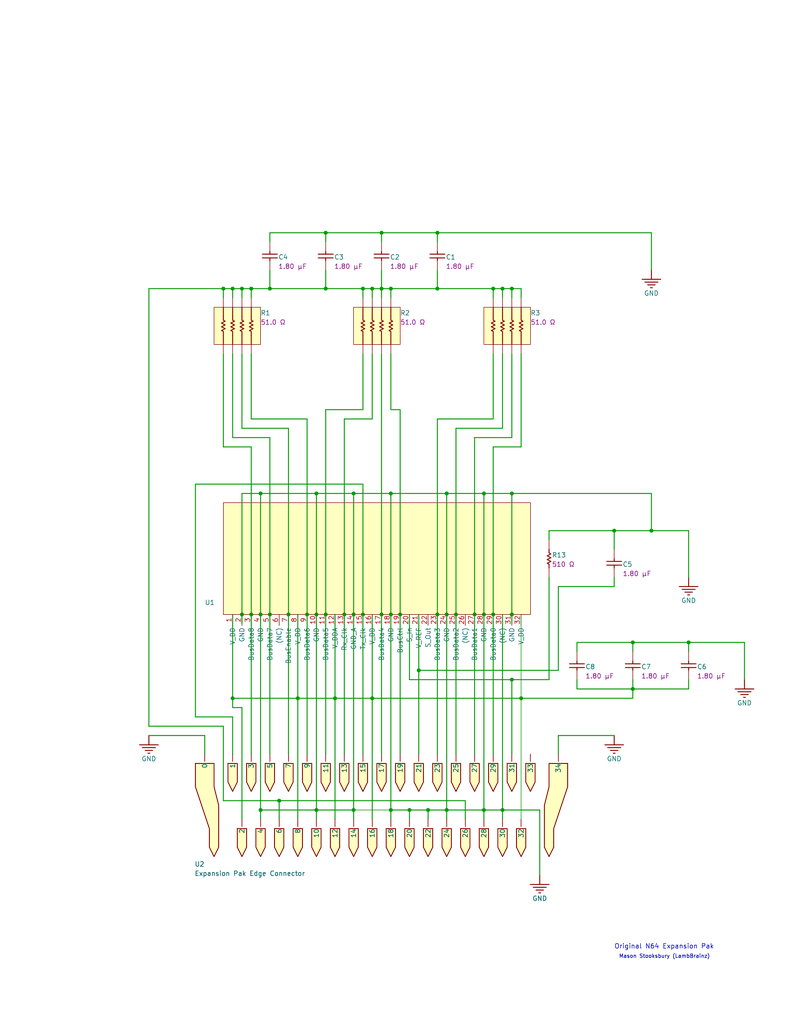
<source format=kicad_sch>
(kicad_sch (version 20211123) (generator eeschema)

  (uuid 975bd02f-42b2-49d3-be91-3b1204879057)

  (paper "A" portrait)

  (title_block
    (title "Original Nintendo64 Expansion Pak")
    (rev "1.0")
  )

  (lib_symbols
    (symbol "OriginalN64ExpansionPak-altium-import:0_Expansion Pak Edge Connector-Symbol-1" (in_bom yes) (on_board yes)
      (property "Reference" "" (id 0) (at 0 0 0)
        (effects (font (size 1.27 1.27)))
      )
      (property "Value" "0_Expansion Pak Edge Connector-Symbol-1" (id 1) (at 0 0 0)
        (effects (font (size 1.27 1.27)))
      )
      (property "Footprint" "" (id 2) (at 0 0 0)
        (effects (font (size 1.27 1.27)) hide)
      )
      (property "Datasheet" "" (id 3) (at 0 0 0)
        (effects (font (size 1.27 1.27)) hide)
      )
      (property "ki_description" "Edge Connector component and footprint for the N64 Expansion Pak" (id 4) (at 0 0 0)
        (effects (font (size 1.27 1.27)) hide)
      )
      (property "ki_fp_filters" "Expansion{space}Pak{space}Edge{space}Connector-Footprint-1" (id 5) (at 0 0 0)
        (effects (font (size 1.27 1.27)) hide)
      )
      (symbol "0_Expansion Pak Edge Connector-Symbol-1_1_0"
        (polyline
          (pts
            (xy -41.91 12.7)
            (xy -41.91 7.62)
            (xy -40.64 5.08)
            (xy -39.37 7.62)
            (xy -39.37 12.7)
            (xy -41.91 12.7)
          )
          (stroke (width 0.254) (type default) (color 0 0 0 0))
          (fill (type background))
        )
        (polyline
          (pts
            (xy -39.37 -5.08)
            (xy -39.37 -10.16)
            (xy -38.1 -12.7)
            (xy -36.83 -10.16)
            (xy -36.83 -5.08)
            (xy -39.37 -5.08)
          )
          (stroke (width 0.254) (type default) (color 0 0 0 0))
          (fill (type background))
        )
        (polyline
          (pts
            (xy -36.83 12.7)
            (xy -36.83 7.62)
            (xy -35.56 5.08)
            (xy -34.29 7.62)
            (xy -34.29 12.7)
            (xy -36.83 12.7)
          )
          (stroke (width 0.254) (type default) (color 0 0 0 0))
          (fill (type background))
        )
        (polyline
          (pts
            (xy -34.29 -5.08)
            (xy -34.29 -10.16)
            (xy -33.02 -12.7)
            (xy -31.75 -10.16)
            (xy -31.75 -5.08)
            (xy -34.29 -5.08)
          )
          (stroke (width 0.254) (type default) (color 0 0 0 0))
          (fill (type background))
        )
        (polyline
          (pts
            (xy -31.75 12.7)
            (xy -31.75 7.62)
            (xy -30.48 5.08)
            (xy -29.21 7.62)
            (xy -29.21 12.7)
            (xy -31.75 12.7)
          )
          (stroke (width 0.254) (type default) (color 0 0 0 0))
          (fill (type background))
        )
        (polyline
          (pts
            (xy -29.21 -5.08)
            (xy -29.21 -10.16)
            (xy -27.94 -12.7)
            (xy -26.67 -10.16)
            (xy -26.67 -5.08)
            (xy -29.21 -5.08)
          )
          (stroke (width 0.254) (type default) (color 0 0 0 0))
          (fill (type background))
        )
        (polyline
          (pts
            (xy -26.67 12.7)
            (xy -26.67 7.62)
            (xy -25.4 5.08)
            (xy -24.13 7.62)
            (xy -24.13 12.7)
            (xy -26.67 12.7)
          )
          (stroke (width 0.254) (type default) (color 0 0 0 0))
          (fill (type background))
        )
        (polyline
          (pts
            (xy -24.13 -5.08)
            (xy -24.13 -10.16)
            (xy -22.86 -12.7)
            (xy -21.59 -10.16)
            (xy -21.59 -5.08)
            (xy -24.13 -5.08)
          )
          (stroke (width 0.254) (type default) (color 0 0 0 0))
          (fill (type background))
        )
        (polyline
          (pts
            (xy -21.59 12.7)
            (xy -21.59 7.62)
            (xy -20.32 5.08)
            (xy -19.05 7.62)
            (xy -19.05 12.7)
            (xy -21.59 12.7)
          )
          (stroke (width 0.254) (type default) (color 0 0 0 0))
          (fill (type background))
        )
        (polyline
          (pts
            (xy -19.05 -5.08)
            (xy -19.05 -10.16)
            (xy -17.78 -12.7)
            (xy -16.51 -10.16)
            (xy -16.51 -5.08)
            (xy -19.05 -5.08)
          )
          (stroke (width 0.254) (type default) (color 0 0 0 0))
          (fill (type background))
        )
        (polyline
          (pts
            (xy -16.51 12.7)
            (xy -16.51 7.62)
            (xy -15.24 5.08)
            (xy -13.97 7.62)
            (xy -13.97 12.7)
            (xy -16.51 12.7)
          )
          (stroke (width 0.254) (type default) (color 0 0 0 0))
          (fill (type background))
        )
        (polyline
          (pts
            (xy -13.97 -5.08)
            (xy -13.97 -10.16)
            (xy -12.7 -12.7)
            (xy -11.43 -10.16)
            (xy -11.43 -5.08)
            (xy -13.97 -5.08)
          )
          (stroke (width 0.254) (type default) (color 0 0 0 0))
          (fill (type background))
        )
        (polyline
          (pts
            (xy -11.43 12.7)
            (xy -11.43 7.62)
            (xy -10.16 5.08)
            (xy -8.89 7.62)
            (xy -8.89 12.7)
            (xy -11.43 12.7)
          )
          (stroke (width 0.254) (type default) (color 0 0 0 0))
          (fill (type background))
        )
        (polyline
          (pts
            (xy -8.89 -5.08)
            (xy -8.89 -10.16)
            (xy -7.62 -12.7)
            (xy -6.35 -10.16)
            (xy -6.35 -5.08)
            (xy -8.89 -5.08)
          )
          (stroke (width 0.254) (type default) (color 0 0 0 0))
          (fill (type background))
        )
        (polyline
          (pts
            (xy -6.35 12.7)
            (xy -6.35 7.62)
            (xy -5.08 5.08)
            (xy -3.81 7.62)
            (xy -3.81 12.7)
            (xy -6.35 12.7)
          )
          (stroke (width 0.254) (type default) (color 0 0 0 0))
          (fill (type background))
        )
        (polyline
          (pts
            (xy -3.81 -5.08)
            (xy -3.81 -10.16)
            (xy -2.54 -12.7)
            (xy -1.27 -10.16)
            (xy -1.27 -5.08)
            (xy -3.81 -5.08)
          )
          (stroke (width 0.254) (type default) (color 0 0 0 0))
          (fill (type background))
        )
        (polyline
          (pts
            (xy -1.27 12.7)
            (xy -1.27 7.62)
            (xy 0 5.08)
            (xy 1.27 7.62)
            (xy 1.27 12.7)
            (xy -1.27 12.7)
          )
          (stroke (width 0.254) (type default) (color 0 0 0 0))
          (fill (type background))
        )
        (polyline
          (pts
            (xy 1.27 -5.08)
            (xy 1.27 -10.16)
            (xy 2.54 -12.7)
            (xy 3.81 -10.16)
            (xy 3.81 -5.08)
            (xy 1.27 -5.08)
          )
          (stroke (width 0.254) (type default) (color 0 0 0 0))
          (fill (type background))
        )
        (polyline
          (pts
            (xy 3.81 12.7)
            (xy 3.81 7.62)
            (xy 5.08 5.08)
            (xy 6.35 7.62)
            (xy 6.35 12.7)
            (xy 3.81 12.7)
          )
          (stroke (width 0.254) (type default) (color 0 0 0 0))
          (fill (type background))
        )
        (polyline
          (pts
            (xy 6.35 -5.08)
            (xy 6.35 -10.16)
            (xy 7.62 -12.7)
            (xy 8.89 -10.16)
            (xy 8.89 -5.08)
            (xy 6.35 -5.08)
          )
          (stroke (width 0.254) (type default) (color 0 0 0 0))
          (fill (type background))
        )
        (polyline
          (pts
            (xy 8.89 12.7)
            (xy 8.89 7.62)
            (xy 10.16 5.08)
            (xy 11.43 7.62)
            (xy 11.43 12.7)
            (xy 8.89 12.7)
          )
          (stroke (width 0.254) (type default) (color 0 0 0 0))
          (fill (type background))
        )
        (polyline
          (pts
            (xy 11.43 -5.08)
            (xy 11.43 -10.16)
            (xy 12.7 -12.7)
            (xy 13.97 -10.16)
            (xy 13.97 -5.08)
            (xy 11.43 -5.08)
          )
          (stroke (width 0.254) (type default) (color 0 0 0 0))
          (fill (type background))
        )
        (polyline
          (pts
            (xy 13.97 12.7)
            (xy 13.97 7.62)
            (xy 15.24 5.08)
            (xy 16.51 7.62)
            (xy 16.51 12.7)
            (xy 13.97 12.7)
          )
          (stroke (width 0.254) (type default) (color 0 0 0 0))
          (fill (type background))
        )
        (polyline
          (pts
            (xy 16.51 -5.08)
            (xy 16.51 -10.16)
            (xy 17.78 -12.7)
            (xy 19.05 -10.16)
            (xy 19.05 -5.08)
            (xy 16.51 -5.08)
          )
          (stroke (width 0.254) (type default) (color 0 0 0 0))
          (fill (type background))
        )
        (polyline
          (pts
            (xy 19.05 12.7)
            (xy 19.05 7.62)
            (xy 20.32 5.08)
            (xy 21.59 7.62)
            (xy 21.59 12.7)
            (xy 19.05 12.7)
          )
          (stroke (width 0.254) (type default) (color 0 0 0 0))
          (fill (type background))
        )
        (polyline
          (pts
            (xy 21.59 -5.08)
            (xy 21.59 -10.16)
            (xy 22.86 -12.7)
            (xy 24.13 -10.16)
            (xy 24.13 -5.08)
            (xy 21.59 -5.08)
          )
          (stroke (width 0.254) (type default) (color 0 0 0 0))
          (fill (type background))
        )
        (polyline
          (pts
            (xy 24.13 12.7)
            (xy 24.13 7.62)
            (xy 25.4 5.08)
            (xy 26.67 7.62)
            (xy 26.67 12.7)
            (xy 24.13 12.7)
          )
          (stroke (width 0.254) (type default) (color 0 0 0 0))
          (fill (type background))
        )
        (polyline
          (pts
            (xy 26.67 -5.08)
            (xy 26.67 -10.16)
            (xy 27.94 -12.7)
            (xy 29.21 -10.16)
            (xy 29.21 -5.08)
            (xy 26.67 -5.08)
          )
          (stroke (width 0.254) (type default) (color 0 0 0 0))
          (fill (type background))
        )
        (polyline
          (pts
            (xy 29.21 12.7)
            (xy 29.21 7.62)
            (xy 30.48 5.08)
            (xy 31.75 7.62)
            (xy 31.75 12.7)
            (xy 29.21 12.7)
          )
          (stroke (width 0.254) (type default) (color 0 0 0 0))
          (fill (type background))
        )
        (polyline
          (pts
            (xy 31.75 -5.08)
            (xy 31.75 -10.16)
            (xy 33.02 -12.7)
            (xy 34.29 -10.16)
            (xy 34.29 -5.08)
            (xy 31.75 -5.08)
          )
          (stroke (width 0.254) (type default) (color 0 0 0 0))
          (fill (type background))
        )
        (polyline
          (pts
            (xy 34.29 12.7)
            (xy 34.29 7.62)
            (xy 35.56 5.08)
            (xy 36.83 7.62)
            (xy 36.83 12.7)
            (xy 34.29 12.7)
          )
          (stroke (width 0.254) (type default) (color 0 0 0 0))
          (fill (type background))
        )
        (polyline
          (pts
            (xy 36.83 -5.08)
            (xy 36.83 -10.16)
            (xy 38.1 -12.7)
            (xy 39.37 -10.16)
            (xy 39.37 -5.08)
            (xy 36.83 -5.08)
          )
          (stroke (width 0.254) (type default) (color 0 0 0 0))
          (fill (type background))
        )
        (polyline
          (pts
            (xy 39.37 12.7)
            (xy 39.37 7.62)
            (xy 40.64 5.08)
            (xy 41.91 7.62)
            (xy 41.91 12.7)
            (xy 39.37 12.7)
          )
          (stroke (width 0.254) (type default) (color 0 0 0 0))
          (fill (type background))
        )
        (polyline
          (pts
            (xy -50.8 12.7)
            (xy -50.8 6.35)
            (xy -46.99 -5.08)
            (xy -46.99 -10.16)
            (xy -45.72 -12.7)
            (xy -44.45 -10.16)
            (xy -44.45 1.27)
            (xy -45.72 6.35)
            (xy -45.72 12.7)
            (xy -50.8 12.7)
          )
          (stroke (width 0.254) (type default) (color 0 0 0 0))
          (fill (type background))
        )
        (polyline
          (pts
            (xy 50.8 12.7)
            (xy 50.8 6.35)
            (xy 46.99 -5.08)
            (xy 46.99 -10.16)
            (xy 45.72 -12.7)
            (xy 44.45 -10.16)
            (xy 44.45 1.27)
            (xy 45.72 6.35)
            (xy 45.72 12.7)
            (xy 50.8 12.7)
          )
          (stroke (width 0.254) (type default) (color 0 0 0 0))
          (fill (type background))
        )
        (pin passive line (at -48.26 15.24 270) (length 2)
          (name "0" (effects (font (size 1.27 1.27))))
          (number "0" (effects (font (size 0 0))))
        )
        (pin passive line (at -40.64 15.24 270) (length 2)
          (name "1" (effects (font (size 1.27 1.27))))
          (number "1" (effects (font (size 0 0))))
        )
        (pin passive line (at -17.78 -2.54 270) (length 2)
          (name "10" (effects (font (size 1.27 1.27))))
          (number "10" (effects (font (size 0 0))))
        )
        (pin passive line (at -15.24 15.24 270) (length 2)
          (name "11" (effects (font (size 1.27 1.27))))
          (number "11" (effects (font (size 0 0))))
        )
        (pin passive line (at -12.7 -2.54 270) (length 2)
          (name "12" (effects (font (size 1.27 1.27))))
          (number "12" (effects (font (size 0 0))))
        )
        (pin passive line (at -10.16 15.24 270) (length 2)
          (name "13" (effects (font (size 1.27 1.27))))
          (number "13" (effects (font (size 0 0))))
        )
        (pin passive line (at -7.62 -2.54 270) (length 2)
          (name "14" (effects (font (size 1.27 1.27))))
          (number "14" (effects (font (size 0 0))))
        )
        (pin passive line (at -5.08 15.24 270) (length 2)
          (name "15" (effects (font (size 1.27 1.27))))
          (number "15" (effects (font (size 0 0))))
        )
        (pin passive line (at -2.54 -2.54 270) (length 2)
          (name "16" (effects (font (size 1.27 1.27))))
          (number "16" (effects (font (size 0 0))))
        )
        (pin passive line (at 0 15.24 270) (length 2)
          (name "17" (effects (font (size 1.27 1.27))))
          (number "17" (effects (font (size 0 0))))
        )
        (pin passive line (at 2.54 -2.54 270) (length 2)
          (name "18" (effects (font (size 1.27 1.27))))
          (number "18" (effects (font (size 0 0))))
        )
        (pin passive line (at 5.08 15.24 270) (length 2)
          (name "19" (effects (font (size 1.27 1.27))))
          (number "19" (effects (font (size 0 0))))
        )
        (pin passive line (at -38.1 -2.54 270) (length 2)
          (name "2" (effects (font (size 1.27 1.27))))
          (number "2" (effects (font (size 0 0))))
        )
        (pin passive line (at 7.62 -2.54 270) (length 2)
          (name "20" (effects (font (size 1.27 1.27))))
          (number "20" (effects (font (size 0 0))))
        )
        (pin passive line (at 10.16 15.24 270) (length 2)
          (name "21" (effects (font (size 1.27 1.27))))
          (number "21" (effects (font (size 0 0))))
        )
        (pin passive line (at 12.7 -2.54 270) (length 2)
          (name "22" (effects (font (size 1.27 1.27))))
          (number "22" (effects (font (size 0 0))))
        )
        (pin passive line (at 15.24 15.24 270) (length 2)
          (name "23" (effects (font (size 1.27 1.27))))
          (number "23" (effects (font (size 0 0))))
        )
        (pin passive line (at 17.78 -2.54 270) (length 2)
          (name "24" (effects (font (size 1.27 1.27))))
          (number "24" (effects (font (size 0 0))))
        )
        (pin passive line (at 20.32 15.24 270) (length 2)
          (name "25" (effects (font (size 1.27 1.27))))
          (number "25" (effects (font (size 0 0))))
        )
        (pin passive line (at 22.86 -2.54 270) (length 2)
          (name "26" (effects (font (size 1.27 1.27))))
          (number "26" (effects (font (size 0 0))))
        )
        (pin passive line (at 25.4 15.24 270) (length 2)
          (name "27" (effects (font (size 1.27 1.27))))
          (number "27" (effects (font (size 0 0))))
        )
        (pin passive line (at 27.94 -2.54 270) (length 2)
          (name "28" (effects (font (size 1.27 1.27))))
          (number "28" (effects (font (size 0 0))))
        )
        (pin passive line (at 30.48 15.24 270) (length 2)
          (name "29" (effects (font (size 1.27 1.27))))
          (number "29" (effects (font (size 0 0))))
        )
        (pin passive line (at -35.56 15.24 270) (length 2)
          (name "3" (effects (font (size 1.27 1.27))))
          (number "3" (effects (font (size 0 0))))
        )
        (pin passive line (at 33.02 -2.54 270) (length 2)
          (name "30" (effects (font (size 1.27 1.27))))
          (number "30" (effects (font (size 0 0))))
        )
        (pin passive line (at 35.56 15.24 270) (length 2)
          (name "31" (effects (font (size 1.27 1.27))))
          (number "31" (effects (font (size 0 0))))
        )
        (pin passive line (at 38.1 -2.54 270) (length 2)
          (name "32" (effects (font (size 1.27 1.27))))
          (number "32" (effects (font (size 0 0))))
        )
        (pin passive line (at 40.64 15.24 270) (length 2)
          (name "33" (effects (font (size 1.27 1.27))))
          (number "33" (effects (font (size 0 0))))
        )
        (pin passive line (at 48.26 15.24 270) (length 2)
          (name "34" (effects (font (size 1.27 1.27))))
          (number "34" (effects (font (size 0 0))))
        )
        (pin passive line (at -33.02 -2.54 270) (length 2)
          (name "4" (effects (font (size 1.27 1.27))))
          (number "4" (effects (font (size 0 0))))
        )
        (pin passive line (at -30.48 15.24 270) (length 2)
          (name "5" (effects (font (size 1.27 1.27))))
          (number "5" (effects (font (size 0 0))))
        )
        (pin passive line (at -27.94 -2.54 270) (length 2)
          (name "6" (effects (font (size 1.27 1.27))))
          (number "6" (effects (font (size 0 0))))
        )
        (pin passive line (at -25.4 15.24 270) (length 2)
          (name "7" (effects (font (size 1.27 1.27))))
          (number "7" (effects (font (size 0 0))))
        )
        (pin passive line (at -22.86 -2.54 270) (length 2)
          (name "8" (effects (font (size 1.27 1.27))))
          (number "8" (effects (font (size 0 0))))
        )
        (pin passive line (at -20.32 15.24 270) (length 2)
          (name "9" (effects (font (size 1.27 1.27))))
          (number "9" (effects (font (size 0 0))))
        )
      )
    )
    (symbol "OriginalN64ExpansionPak-altium-import:1_MSM5718B70-60GS-K-Symbol-1" (in_bom yes) (on_board yes)
      (property "Reference" "" (id 0) (at 0 0 0)
        (effects (font (size 1.27 1.27)))
      )
      (property "Value" "1_MSM5718B70-60GS-K-Symbol-1" (id 1) (at 0 0 0)
        (effects (font (size 1.27 1.27)))
      )
      (property "Footprint" "" (id 2) (at 0 0 0)
        (effects (font (size 1.27 1.27)) hide)
      )
      (property "Datasheet" "" (id 3) (at 0 0 0)
        (effects (font (size 1.27 1.27)) hide)
      )
      (property "ki_description" "OKI" (id 4) (at 0 0 0)
        (effects (font (size 1.27 1.27)) hide)
      )
      (property "ki_fp_filters" "MSM5718B70-60GS-K-Footprint-1" (id 5) (at 0 0 0)
        (effects (font (size 1.27 1.27)) hide)
      )
      (symbol "1_MSM5718B70-60GS-K-Symbol-1_1_0"
        (rectangle (start 10.16 55.88) (end -73.66 25.4)
          (stroke (width 0) (type default) (color 0 0 0 0))
          (fill (type background))
        )
        (pin passive line (at -71.12 25.4 270) (length 3)
          (name "V_DD" (effects (font (size 1.27 1.27))))
          (number "1" (effects (font (size 1.27 1.27))))
        )
        (pin passive line (at -48.26 25.4 270) (length 3)
          (name "GND" (effects (font (size 1.27 1.27))))
          (number "10" (effects (font (size 1.27 1.27))))
        )
        (pin passive line (at -45.72 25.4 270) (length 3)
          (name "BusData5" (effects (font (size 1.27 1.27))))
          (number "11" (effects (font (size 1.27 1.27))))
        )
        (pin passive line (at -43.18 25.4 270) (length 3)
          (name "V_DDA" (effects (font (size 1.27 1.27))))
          (number "12" (effects (font (size 1.27 1.27))))
        )
        (pin passive line (at -40.64 25.4 270) (length 3)
          (name "Rx_Clk" (effects (font (size 1.27 1.27))))
          (number "13" (effects (font (size 1.27 1.27))))
        )
        (pin passive line (at -38.1 25.4 270) (length 3)
          (name "GND_A" (effects (font (size 1.27 1.27))))
          (number "14" (effects (font (size 1.27 1.27))))
        )
        (pin passive line (at -35.56 25.4 270) (length 3)
          (name "Tx_Clk" (effects (font (size 1.27 1.27))))
          (number "15" (effects (font (size 1.27 1.27))))
        )
        (pin passive line (at -33.02 25.4 270) (length 3)
          (name "V_DD" (effects (font (size 1.27 1.27))))
          (number "16" (effects (font (size 1.27 1.27))))
        )
        (pin passive line (at -30.48 25.4 270) (length 3)
          (name "BusData4" (effects (font (size 1.27 1.27))))
          (number "17" (effects (font (size 1.27 1.27))))
        )
        (pin passive line (at -27.94 25.4 270) (length 3)
          (name "GND" (effects (font (size 1.27 1.27))))
          (number "18" (effects (font (size 1.27 1.27))))
        )
        (pin passive line (at -25.4 25.4 270) (length 3)
          (name "BusCtrl" (effects (font (size 1.27 1.27))))
          (number "19" (effects (font (size 1.27 1.27))))
        )
        (pin passive line (at -68.58 25.4 270) (length 3)
          (name "GND" (effects (font (size 1.27 1.27))))
          (number "2" (effects (font (size 1.27 1.27))))
        )
        (pin passive line (at -22.86 25.4 270) (length 3)
          (name "S_In" (effects (font (size 1.27 1.27))))
          (number "20" (effects (font (size 1.27 1.27))))
        )
        (pin passive line (at -20.32 25.4 270) (length 3)
          (name "V_REF" (effects (font (size 1.27 1.27))))
          (number "21" (effects (font (size 1.27 1.27))))
        )
        (pin passive line (at -17.78 25.4 270) (length 3)
          (name "S_Out" (effects (font (size 1.27 1.27))))
          (number "22" (effects (font (size 1.27 1.27))))
        )
        (pin passive line (at -15.24 25.4 270) (length 3)
          (name "BusData3" (effects (font (size 1.27 1.27))))
          (number "23" (effects (font (size 1.27 1.27))))
        )
        (pin passive line (at -12.7 25.4 270) (length 3)
          (name "GND" (effects (font (size 1.27 1.27))))
          (number "24" (effects (font (size 1.27 1.27))))
        )
        (pin passive line (at -10.16 25.4 270) (length 3)
          (name "BusData2" (effects (font (size 1.27 1.27))))
          (number "25" (effects (font (size 1.27 1.27))))
        )
        (pin passive line (at -7.62 25.4 270) (length 3)
          (name "(NC)" (effects (font (size 1.27 1.27))))
          (number "26" (effects (font (size 1.27 1.27))))
        )
        (pin passive line (at -5.08 25.4 270) (length 3)
          (name "BusData1" (effects (font (size 1.27 1.27))))
          (number "27" (effects (font (size 1.27 1.27))))
        )
        (pin passive line (at -2.54 25.4 270) (length 3)
          (name "GND" (effects (font (size 1.27 1.27))))
          (number "28" (effects (font (size 1.27 1.27))))
        )
        (pin passive line (at 0 25.4 270) (length 3)
          (name "BusData0" (effects (font (size 1.27 1.27))))
          (number "29" (effects (font (size 1.27 1.27))))
        )
        (pin passive line (at -66.04 25.4 270) (length 3)
          (name "BusData8" (effects (font (size 1.27 1.27))))
          (number "3" (effects (font (size 1.27 1.27))))
        )
        (pin passive line (at 2.54 25.4 270) (length 3)
          (name "(NC)" (effects (font (size 1.27 1.27))))
          (number "30" (effects (font (size 1.27 1.27))))
        )
        (pin passive line (at 5.08 25.4 270) (length 3)
          (name "GND" (effects (font (size 1.27 1.27))))
          (number "31" (effects (font (size 1.27 1.27))))
        )
        (pin passive line (at 7.62 25.4 270) (length 3)
          (name "V_DD" (effects (font (size 1.27 1.27))))
          (number "32" (effects (font (size 1.27 1.27))))
        )
        (pin passive line (at -63.5 25.4 270) (length 3)
          (name "GND" (effects (font (size 1.27 1.27))))
          (number "4" (effects (font (size 1.27 1.27))))
        )
        (pin passive line (at -60.96 25.4 270) (length 3)
          (name "BusData7" (effects (font (size 1.27 1.27))))
          (number "5" (effects (font (size 1.27 1.27))))
        )
        (pin passive line (at -58.42 25.4 270) (length 3)
          (name "(NC)" (effects (font (size 1.27 1.27))))
          (number "6" (effects (font (size 1.27 1.27))))
        )
        (pin passive line (at -55.88 25.4 270) (length 3)
          (name "BusEnable" (effects (font (size 1.27 1.27))))
          (number "7" (effects (font (size 1.27 1.27))))
        )
        (pin passive line (at -53.34 25.4 270) (length 3)
          (name "V_DD" (effects (font (size 1.27 1.27))))
          (number "8" (effects (font (size 1.27 1.27))))
        )
        (pin passive line (at -50.8 25.4 270) (length 3)
          (name "BusData6" (effects (font (size 1.27 1.27))))
          (number "9" (effects (font (size 1.27 1.27))))
        )
      )
    )
    (symbol "OriginalN64ExpansionPak-altium-import:1_SYM-41978a56847d9e50-1" (in_bom yes) (on_board yes)
      (property "Reference" "" (id 0) (at 0 0 0)
        (effects (font (size 1.27 1.27)))
      )
      (property "Value" "1_SYM-41978a56847d9e50-1" (id 1) (at 0 0 0)
        (effects (font (size 1.27 1.27)))
      )
      (property "Footprint" "" (id 2) (at 0 0 0)
        (effects (font (size 1.27 1.27)) hide)
      )
      (property "Datasheet" "" (id 3) (at 0 0 0)
        (effects (font (size 1.27 1.27)) hide)
      )
      (property "ki_description" "Res Thick Film Array 51 Ohm 5% ±200ppm/°C ISOL Molded 8-Pin 1206(4 X 0603) Concave SMD Punched Carrier T/R" (id 4) (at 0 0 0)
        (effects (font (size 1.27 1.27)) hide)
      )
      (property "ki_fp_filters" "PCB-0gmx1c5loihmf66684ie-1" (id 5) (at 0 0 0)
        (effects (font (size 1.27 1.27)) hide)
      )
      (symbol "1_SYM-41978a56847d9e50-1_1_0"
        (polyline
          (pts
            (xy 5.08 5.08)
            (xy 5.08 7.62)
          )
          (stroke (width 0.254) (type default) (color 0 0 0 0))
          (fill (type none))
        )
        (polyline
          (pts
            (xy 5.08 12.7)
            (xy 5.08 15.24)
          )
          (stroke (width 0.254) (type default) (color 0 0 0 0))
          (fill (type none))
        )
        (polyline
          (pts
            (xy 7.62 7.62)
            (xy 7.62 5.08)
          )
          (stroke (width 0.254) (type default) (color 0 0 0 0))
          (fill (type none))
        )
        (polyline
          (pts
            (xy 7.62 12.7)
            (xy 7.62 15.24)
          )
          (stroke (width 0.254) (type default) (color 0 0 0 0))
          (fill (type none))
        )
        (polyline
          (pts
            (xy 10.16 7.62)
            (xy 10.16 5.08)
          )
          (stroke (width 0.254) (type default) (color 0 0 0 0))
          (fill (type none))
        )
        (polyline
          (pts
            (xy 10.16 12.7)
            (xy 10.16 15.24)
          )
          (stroke (width 0.254) (type default) (color 0 0 0 0))
          (fill (type none))
        )
        (polyline
          (pts
            (xy 12.7 7.62)
            (xy 12.7 5.08)
          )
          (stroke (width 0.254) (type default) (color 0 0 0 0))
          (fill (type none))
        )
        (polyline
          (pts
            (xy 12.7 12.7)
            (xy 12.7 15.24)
          )
          (stroke (width 0.254) (type default) (color 0 0 0 0))
          (fill (type none))
        )
        (polyline
          (pts
            (xy 5.08 12.7)
            (xy 5.08 11.684)
            (xy 5.588 11.43)
            (xy 4.572 10.922)
            (xy 5.588 10.414)
            (xy 4.572 9.906)
            (xy 5.588 9.398)
            (xy 4.572 8.89)
            (xy 5.08 8.636)
            (xy 5.08 7.62)
          )
          (stroke (width 0.254) (type default) (color 0 0 0 0))
          (fill (type none))
        )
        (polyline
          (pts
            (xy 7.62 12.7)
            (xy 7.62 11.684)
            (xy 8.128 11.43)
            (xy 7.112 10.922)
            (xy 8.128 10.414)
            (xy 7.112 9.906)
            (xy 8.128 9.398)
            (xy 7.112 8.89)
            (xy 7.62 8.636)
            (xy 7.62 7.62)
          )
          (stroke (width 0.254) (type default) (color 0 0 0 0))
          (fill (type none))
        )
        (polyline
          (pts
            (xy 10.16 12.7)
            (xy 10.16 11.684)
            (xy 10.668 11.43)
            (xy 9.652 10.922)
            (xy 10.668 10.414)
            (xy 9.652 9.906)
            (xy 10.668 9.398)
            (xy 9.652 8.89)
            (xy 10.16 8.636)
            (xy 10.16 7.62)
          )
          (stroke (width 0.254) (type default) (color 0 0 0 0))
          (fill (type none))
        )
        (polyline
          (pts
            (xy 12.7 12.7)
            (xy 12.7 11.684)
            (xy 13.208 11.43)
            (xy 12.192 10.922)
            (xy 13.208 10.414)
            (xy 12.192 9.906)
            (xy 13.208 9.398)
            (xy 12.192 8.89)
            (xy 12.7 8.636)
            (xy 12.7 7.62)
          )
          (stroke (width 0.254) (type default) (color 0 0 0 0))
          (fill (type none))
        )
        (rectangle (start 15.24 15.24) (end 2.54 5.08)
          (stroke (width 0) (type default) (color 0 0 0 0))
          (fill (type background))
        )
        (pin passive line (at 5.08 2.54 90) (length 2.54)
          (name "1" (effects (font (size 0 0))))
          (number "1" (effects (font (size 0 0))))
        )
        (pin passive line (at 7.62 2.54 90) (length 2.54)
          (name "1" (effects (font (size 0 0))))
          (number "2" (effects (font (size 0 0))))
        )
        (pin passive line (at 10.16 2.54 90) (length 2.54)
          (name "1" (effects (font (size 0 0))))
          (number "3" (effects (font (size 0 0))))
        )
        (pin passive line (at 12.7 2.54 90) (length 2.54)
          (name "1" (effects (font (size 0 0))))
          (number "4" (effects (font (size 0 0))))
        )
        (pin passive line (at 12.7 17.78 270) (length 2.54)
          (name "2" (effects (font (size 0 0))))
          (number "5" (effects (font (size 0 0))))
        )
        (pin passive line (at 10.16 17.78 270) (length 2.54)
          (name "2" (effects (font (size 0 0))))
          (number "6" (effects (font (size 0 0))))
        )
        (pin passive line (at 7.62 17.78 270) (length 2.54)
          (name "2" (effects (font (size 0 0))))
          (number "7" (effects (font (size 0 0))))
        )
        (pin passive line (at 5.08 17.78 270) (length 2.54)
          (name "2" (effects (font (size 0 0))))
          (number "8" (effects (font (size 0 0))))
        )
      )
    )
    (symbol "OriginalN64ExpansionPak-altium-import:3_CAP-2" (in_bom yes) (on_board yes)
      (property "Reference" "" (id 0) (at 0 0 0)
        (effects (font (size 1.27 1.27)))
      )
      (property "Value" "3_CAP-2" (id 1) (at 0 0 0)
        (effects (font (size 1.27 1.27)))
      )
      (property "Footprint" "" (id 2) (at 0 0 0)
        (effects (font (size 1.27 1.27)) hide)
      )
      (property "Datasheet" "" (id 3) (at 0 0 0)
        (effects (font (size 1.27 1.27)) hide)
      )
      (property "ki_description" "Cap Ceramic 1.8uF 10V X5R 10% SMD 0805 85°C Paper T/R" (id 4) (at 0 0 0)
        (effects (font (size 1.27 1.27)) hide)
      )
      (property "ki_fp_filters" "CAPC2013X94X50ML20T25" (id 5) (at 0 0 0)
        (effects (font (size 1.27 1.27)) hide)
      )
      (symbol "3_CAP-2_1_0"
        (polyline
          (pts
            (xy -2.032 -3.302)
            (xy 2.032 -3.302)
          )
          (stroke (width 0.254) (type default) (color 0 0 0 0))
          (fill (type none))
        )
        (polyline
          (pts
            (xy 0 -5.08)
            (xy 0 -4.318)
          )
          (stroke (width 0.254) (type default) (color 0 0 0 0))
          (fill (type none))
        )
        (polyline
          (pts
            (xy 0 -2.54)
            (xy 0 -3.302)
          )
          (stroke (width 0.254) (type default) (color 0 0 0 0))
          (fill (type none))
        )
        (polyline
          (pts
            (xy 2.032 -4.318)
            (xy -2.032 -4.318)
          )
          (stroke (width 0.254) (type default) (color 0 0 0 0))
          (fill (type none))
        )
        (pin passive line (at 0 0 270) (length 2.54)
          (name "1" (effects (font (size 0 0))))
          (number "1" (effects (font (size 0 0))))
        )
        (pin passive line (at 0 -7.62 90) (length 2.54)
          (name "2" (effects (font (size 0 0))))
          (number "2" (effects (font (size 0 0))))
        )
      )
    )
    (symbol "OriginalN64ExpansionPak-altium-import:3_RES-2" (in_bom yes) (on_board yes)
      (property "Reference" "" (id 0) (at 0 0 0)
        (effects (font (size 1.27 1.27)))
      )
      (property "Value" "3_RES-2" (id 1) (at 0 0 0)
        (effects (font (size 1.27 1.27)))
      )
      (property "Footprint" "" (id 2) (at 0 0 0)
        (effects (font (size 1.27 1.27)) hide)
      )
      (property "Datasheet" "" (id 3) (at 0 0 0)
        (effects (font (size 1.27 1.27)) hide)
      )
      (property "ki_description" "RC Series 0603 0.1 W 510 Ohms 1% ±100 ppm/°C SMT Thick Film Chip Resistor" (id 4) (at 0 0 0)
        (effects (font (size 1.27 1.27)) hide)
      )
      (property "ki_fp_filters" "0603R_B" (id 5) (at 0 0 0)
        (effects (font (size 1.27 1.27)) hide)
      )
      (symbol "3_RES-2_1_0"
        (polyline
          (pts
            (xy -2.54 -5.08)
            (xy -2.54 -4.064)
            (xy -3.048 -3.81)
            (xy -2.032 -3.302)
            (xy -3.048 -2.794)
            (xy -2.032 -2.286)
            (xy -3.048 -1.778)
            (xy -2.032 -1.27)
            (xy -2.54 -1.016)
            (xy -2.54 0)
          )
          (stroke (width 0.254) (type default) (color 0 0 0 0))
          (fill (type none))
        )
        (pin passive line (at -2.54 2.54 270) (length 2.54)
          (name "1" (effects (font (size 0 0))))
          (number "1" (effects (font (size 0 0))))
        )
        (pin passive line (at -2.54 -7.62 90) (length 2.54)
          (name "2" (effects (font (size 0 0))))
          (number "2" (effects (font (size 0 0))))
        )
      )
    )
    (symbol "OriginalN64ExpansionPak-altium-import:GND" (power) (in_bom yes) (on_board yes)
      (property "Reference" "#PWR" (id 0) (at 0 0 0)
        (effects (font (size 1.27 1.27)))
      )
      (property "Value" "GND" (id 1) (at 0 6.35 0)
        (effects (font (size 1.27 1.27)))
      )
      (property "Footprint" "" (id 2) (at 0 0 0)
        (effects (font (size 1.27 1.27)) hide)
      )
      (property "Datasheet" "" (id 3) (at 0 0 0)
        (effects (font (size 1.27 1.27)) hide)
      )
      (property "ki_keywords" "power-flag" (id 4) (at 0 0 0)
        (effects (font (size 1.27 1.27)) hide)
      )
      (property "ki_description" "Power symbol creates a global label with name 'GND'" (id 5) (at 0 0 0)
        (effects (font (size 1.27 1.27)) hide)
      )
      (symbol "GND_0_0"
        (polyline
          (pts
            (xy -2.54 -2.54)
            (xy 2.54 -2.54)
          )
          (stroke (width 0.254) (type default) (color 0 0 0 0))
          (fill (type none))
        )
        (polyline
          (pts
            (xy -1.778 -3.302)
            (xy 1.778 -3.302)
          )
          (stroke (width 0.254) (type default) (color 0 0 0 0))
          (fill (type none))
        )
        (polyline
          (pts
            (xy -1.016 -4.064)
            (xy 1.016 -4.064)
          )
          (stroke (width 0.254) (type default) (color 0 0 0 0))
          (fill (type none))
        )
        (polyline
          (pts
            (xy -0.254 -4.826)
            (xy 0.254 -4.826)
          )
          (stroke (width 0.254) (type default) (color 0 0 0 0))
          (fill (type none))
        )
        (polyline
          (pts
            (xy 0 0)
            (xy 0 -2.54)
          )
          (stroke (width 0.254) (type default) (color 0 0 0 0))
          (fill (type none))
        )
        (pin power_in line (at 0 0 0) (length 0) hide
          (name "GND" (effects (font (size 1.27 1.27))))
          (number "" (effects (font (size 1.27 1.27))))
        )
      )
    )
  )

  (junction (at 106.68 220.98) (diameter 0) (color 0 0 0 0)
    (uuid 0ad93ed7-2c9a-44b3-b1fb-389140eb41aa)
  )
  (junction (at 167.64 144.78) (diameter 0) (color 0 0 0 0)
    (uuid 0f44fd5e-2533-40a9-8f24-a372a9941f0d)
  )
  (junction (at 73.66 78.74) (diameter 0) (color 0 0 0 0)
    (uuid 0fc9a9c6-c8eb-4c7a-a58d-b0b1106ea2a5)
  )
  (junction (at 68.58 167.64) (diameter 0) (color 0 0 0 0)
    (uuid 125a0648-f188-4119-84d5-75e345009341)
  )
  (junction (at 132.08 220.98) (diameter 0) (color 0 0 0 0)
    (uuid 1274f6fa-5899-47fa-a90a-8dfff42bc47f)
  )
  (junction (at 101.6 190.5) (diameter 0) (color 0 0 0 0)
    (uuid 163880c7-502e-4662-876e-9f93e6ae2c58)
  )
  (junction (at 96.52 220.98) (diameter 0) (color 0 0 0 0)
    (uuid 17d8fb74-daec-4432-abf2-1754918736fb)
  )
  (junction (at 139.7 134.62) (diameter 0) (color 0 0 0 0)
    (uuid 18115650-7ca6-480b-9ed5-d2ac2d43f850)
  )
  (junction (at 73.66 167.64) (diameter 0) (color 0 0 0 0)
    (uuid 1a4093f6-0240-426b-9604-e9300b15b881)
  )
  (junction (at 66.04 78.74) (diameter 0) (color 0 0 0 0)
    (uuid 1bb18fde-9eda-4b43-9828-e4f56aa662e6)
  )
  (junction (at 81.28 190.5) (diameter 0) (color 0 0 0 0)
    (uuid 1e417a90-99bb-4af0-b06f-5393b447ace9)
  )
  (junction (at 121.92 167.64) (diameter 0) (color 0 0 0 0)
    (uuid 23b4e819-1759-4ff1-9ff5-698a63c44084)
  )
  (junction (at 119.38 63.5) (diameter 0) (color 0 0 0 0)
    (uuid 241948da-acb2-4da2-9235-152d2faeccd6)
  )
  (junction (at 111.76 220.98) (diameter 0) (color 0 0 0 0)
    (uuid 2c5441a2-e36b-4445-9bc1-e93c374f2114)
  )
  (junction (at 78.74 167.64) (diameter 0) (color 0 0 0 0)
    (uuid 30233499-295a-4bd4-b874-2cced2795ca8)
  )
  (junction (at 99.06 167.64) (diameter 0) (color 0 0 0 0)
    (uuid 31527ff1-fb66-47c6-82a4-ffa9b0a58442)
  )
  (junction (at 83.82 167.64) (diameter 0) (color 0 0 0 0)
    (uuid 31770995-ac52-49cd-8483-bdc151c7c407)
  )
  (junction (at 187.96 175.26) (diameter 0) (color 0 0 0 0)
    (uuid 35c8933c-ba2e-4e73-813e-04e537d73dca)
  )
  (junction (at 76.2 218.44) (diameter 0) (color 0 0 0 0)
    (uuid 363f2ccb-d3fa-4881-b53b-f10d225281cb)
  )
  (junction (at 93.98 167.64) (diameter 0) (color 0 0 0 0)
    (uuid 3f54aa64-8702-48cd-b7b1-52b9ec6138c5)
  )
  (junction (at 104.14 167.64) (diameter 0) (color 0 0 0 0)
    (uuid 408df2fb-7b2d-49c0-8c32-c1db8c290413)
  )
  (junction (at 86.36 134.62) (diameter 0) (color 0 0 0 0)
    (uuid 563098dd-e0b2-4589-b6b4-d8baf93f605c)
  )
  (junction (at 71.12 167.64) (diameter 0) (color 0 0 0 0)
    (uuid 592ce5a1-27e9-45b5-8f21-f856dae54ac5)
  )
  (junction (at 63.5 78.74) (diameter 0) (color 0 0 0 0)
    (uuid 5bc147cb-24d2-4077-8687-085487da51f9)
  )
  (junction (at 88.9 63.5) (diameter 0) (color 0 0 0 0)
    (uuid 64362146-9e67-4c93-aef0-c5d90b2358e9)
  )
  (junction (at 96.52 134.62) (diameter 0) (color 0 0 0 0)
    (uuid 64ad6e08-3f4e-4858-b239-22f9e24a08a1)
  )
  (junction (at 106.68 167.64) (diameter 0) (color 0 0 0 0)
    (uuid 65661581-a298-49fc-80ed-443db499c49d)
  )
  (junction (at 101.6 78.74) (diameter 0) (color 0 0 0 0)
    (uuid 6644d81e-097c-49dd-b749-cccc5ee88121)
  )
  (junction (at 104.14 78.74) (diameter 0) (color 0 0 0 0)
    (uuid 671bbf1d-fb8f-499d-b564-3b8418430461)
  )
  (junction (at 88.9 78.74) (diameter 0) (color 0 0 0 0)
    (uuid 6968c8cd-b3f6-4b52-af7d-c12f97e6f54a)
  )
  (junction (at 139.7 167.64) (diameter 0) (color 0 0 0 0)
    (uuid 6ed86528-0fd6-4366-90cd-2c7fb6a56f77)
  )
  (junction (at 119.38 167.64) (diameter 0) (color 0 0 0 0)
    (uuid 74998061-f38d-42a1-a1c8-0a3be11ce9c0)
  )
  (junction (at 129.54 167.64) (diameter 0) (color 0 0 0 0)
    (uuid 7cf47f26-9a95-4965-89bc-425f0f6c262e)
  )
  (junction (at 96.52 167.64) (diameter 0) (color 0 0 0 0)
    (uuid 7de29404-d8cb-42b1-9357-dba202815961)
  )
  (junction (at 132.08 134.62) (diameter 0) (color 0 0 0 0)
    (uuid 7f14c5dd-beb0-4d5c-9175-bb8786efcd93)
  )
  (junction (at 121.92 220.98) (diameter 0) (color 0 0 0 0)
    (uuid 8b6cb5bc-e03c-4b98-b7c1-4ba6ae02ce85)
  )
  (junction (at 137.16 78.74) (diameter 0) (color 0 0 0 0)
    (uuid 8c2c3b4a-edcc-4e21-bdb8-22fcfd4f6428)
  )
  (junction (at 116.84 220.98) (diameter 0) (color 0 0 0 0)
    (uuid 8e02e9e2-c96f-4d30-8b53-2503bd44df8d)
  )
  (junction (at 139.7 78.74) (diameter 0) (color 0 0 0 0)
    (uuid 8e0ed97a-6c6e-4be3-a537-72f614ae094c)
  )
  (junction (at 109.22 167.64) (diameter 0) (color 0 0 0 0)
    (uuid 93a1f1e6-1e3e-43e5-aafd-70e6c6167c2a)
  )
  (junction (at 71.12 134.62) (diameter 0) (color 0 0 0 0)
    (uuid 9b823157-b425-4979-8413-54b4e2bfa3e5)
  )
  (junction (at 66.04 167.64) (diameter 0) (color 0 0 0 0)
    (uuid a0607604-770b-40d0-a631-6aa1b49a1210)
  )
  (junction (at 86.36 220.98) (diameter 0) (color 0 0 0 0)
    (uuid b0c3f014-f910-4f91-b407-d41f8b5f4496)
  )
  (junction (at 60.96 78.74) (diameter 0) (color 0 0 0 0)
    (uuid b294810b-47ae-4161-bed8-06747098d57e)
  )
  (junction (at 121.92 134.62) (diameter 0) (color 0 0 0 0)
    (uuid bc21a6e1-a034-4aae-97a6-aa41a1073106)
  )
  (junction (at 119.38 78.74) (diameter 0) (color 0 0 0 0)
    (uuid bd665868-2d12-4ab1-ab94-aac727fc66ca)
  )
  (junction (at 172.72 187.96) (diameter 0) (color 0 0 0 0)
    (uuid bf18eb27-21c4-4127-b715-b2e52316db63)
  )
  (junction (at 114.3 182.88) (diameter 0) (color 0 0 0 0)
    (uuid c376045d-07ef-4eea-8df4-d172ce59d53b)
  )
  (junction (at 124.46 167.64) (diameter 0) (color 0 0 0 0)
    (uuid c7a00ad4-02d9-4e3e-9ae5-e2762d073353)
  )
  (junction (at 142.24 190.5) (diameter 0) (color 0 0 0 0)
    (uuid c83e653e-cae9-44af-8ca1-08b1e7ede1b1)
  )
  (junction (at 139.7 185.42) (diameter 0) (color 0 0 0 0)
    (uuid cc66e7d0-9e7a-49eb-87e9-e41cb54f88f4)
  )
  (junction (at 68.58 78.74) (diameter 0) (color 0 0 0 0)
    (uuid cd15b0d3-7a8e-495e-ab2c-e1f489136af8)
  )
  (junction (at 177.8 144.78) (diameter 0) (color 0 0 0 0)
    (uuid cd647f5e-8d50-41d0-a0f7-829200973b76)
  )
  (junction (at 99.06 78.74) (diameter 0) (color 0 0 0 0)
    (uuid d39f7022-0087-4589-a7c8-c419117b8d52)
  )
  (junction (at 63.5 190.5) (diameter 0) (color 0 0 0 0)
    (uuid d81dd06c-d956-4b89-96ea-af25c35bc298)
  )
  (junction (at 132.08 167.64) (diameter 0) (color 0 0 0 0)
    (uuid dc0ba712-5a1e-4afc-a478-384f0d10b6a5)
  )
  (junction (at 134.62 167.64) (diameter 0) (color 0 0 0 0)
    (uuid de83ac52-713a-4c21-8deb-5115053916a9)
  )
  (junction (at 106.68 78.74) (diameter 0) (color 0 0 0 0)
    (uuid df7e2e57-b1d5-4f40-94a5-2ce8847e26f9)
  )
  (junction (at 86.36 167.64) (diameter 0) (color 0 0 0 0)
    (uuid e24f2c3c-674b-4f03-837a-4a063df70bf6)
  )
  (junction (at 88.9 167.64) (diameter 0) (color 0 0 0 0)
    (uuid e293d3d4-7aa4-4365-a6a4-bd00f99593e0)
  )
  (junction (at 134.62 78.74) (diameter 0) (color 0 0 0 0)
    (uuid e5c6ae6c-ad06-47c7-9ac4-1beb21350094)
  )
  (junction (at 104.14 63.5) (diameter 0) (color 0 0 0 0)
    (uuid e77cde53-7c34-4c62-ae2d-4a8e6d83f6b4)
  )
  (junction (at 137.16 220.98) (diameter 0) (color 0 0 0 0)
    (uuid e85a1af9-b05d-4c31-ad6b-214df8938bc9)
  )
  (junction (at 106.68 134.62) (diameter 0) (color 0 0 0 0)
    (uuid eca62c48-5afa-4afb-8f2b-8a2d9c74601d)
  )
  (junction (at 172.72 175.26) (diameter 0) (color 0 0 0 0)
    (uuid f34e1924-56b7-45de-8f4f-67be3cfdf05d)
  )
  (junction (at 71.12 220.98) (diameter 0) (color 0 0 0 0)
    (uuid f968bab0-9b8f-4a14-8243-f0e3712ccf4f)
  )
  (junction (at 91.44 190.5) (diameter 0) (color 0 0 0 0)
    (uuid fe48167b-a7ee-4fd5-b1c3-7dccbe7ac04e)
  )

  (wire (pts (xy 142.24 121.92) (xy 134.62 121.92))
    (stroke (width 0.254) (type default) (color 0 0 0 0))
    (uuid 000df946-7c56-45eb-ac6c-0624bf7e5ec0)
  )
  (wire (pts (xy 134.62 121.92) (xy 134.62 167.64))
    (stroke (width 0.254) (type default) (color 0 0 0 0))
    (uuid 00b80e29-0b00-48c0-89b8-39bb5876191e)
  )
  (wire (pts (xy 63.5 193.04) (xy 63.5 190.5))
    (stroke (width 0.254) (type default) (color 0 0 0 0))
    (uuid 01e1eb9d-8ecf-4d23-a860-ef0fee866814)
  )
  (wire (pts (xy 88.9 63.5) (xy 88.9 66.04))
    (stroke (width 0.254) (type default) (color 0 0 0 0))
    (uuid 022fe29e-eee9-448a-b574-9d76a65b8ab9)
  )
  (wire (pts (xy 91.44 167.64) (xy 91.44 190.5))
    (stroke (width 0.254) (type default) (color 0 0 0 0))
    (uuid 02ee5f26-d4eb-40ec-a43c-9db70b2998b6)
  )
  (wire (pts (xy 167.64 144.78) (xy 177.8 144.78))
    (stroke (width 0.254) (type default) (color 0 0 0 0))
    (uuid 035af9ea-c0d4-4bb4-a5f6-bbb28d665c9f)
  )
  (wire (pts (xy 111.76 220.98) (xy 116.84 220.98))
    (stroke (width 0.254) (type default) (color 0 0 0 0))
    (uuid 052cdca4-b6cb-4948-bce7-04281422d62d)
  )
  (wire (pts (xy 109.22 111.76) (xy 109.22 167.64))
    (stroke (width 0.254) (type default) (color 0 0 0 0))
    (uuid 0622e71a-6229-4753-b524-75d09ee382cd)
  )
  (wire (pts (xy 40.64 200.66) (xy 55.88 200.66))
    (stroke (width 0.254) (type default) (color 0 0 0 0))
    (uuid 066e7214-ecde-4ba8-85e3-1532efe4fbc3)
  )
  (wire (pts (xy 73.66 167.64) (xy 73.66 205.74))
    (stroke (width 0.254) (type default) (color 0 0 0 0))
    (uuid 080d19f9-3c3a-4201-86cf-7596be13e2ab)
  )
  (wire (pts (xy 132.08 220.98) (xy 137.16 220.98))
    (stroke (width 0.254) (type default) (color 0 0 0 0))
    (uuid 0c0121f9-2ba5-4a04-b6ee-ad56224d717e)
  )
  (wire (pts (xy 86.36 220.98) (xy 86.36 167.64))
    (stroke (width 0.254) (type default) (color 0 0 0 0))
    (uuid 0e3df5a1-68f1-431f-917b-72e9cbb771cb)
  )
  (wire (pts (xy 88.9 78.74) (xy 88.9 73.66))
    (stroke (width 0.254) (type default) (color 0 0 0 0))
    (uuid 0fd117fc-ce25-4f67-8e73-741957bd8c3e)
  )
  (wire (pts (xy 157.48 187.96) (xy 172.72 187.96))
    (stroke (width 0.254) (type default) (color 0 0 0 0))
    (uuid 1035011b-32a7-47f3-943b-f23ace005529)
  )
  (wire (pts (xy 142.24 78.74) (xy 142.24 81.28))
    (stroke (width 0.254) (type default) (color 0 0 0 0))
    (uuid 112bdf5d-48bb-4c46-ad5f-817562f4b059)
  )
  (wire (pts (xy 106.68 134.62) (xy 121.92 134.62))
    (stroke (width 0.254) (type default) (color 0 0 0 0))
    (uuid 138cf25e-84e4-46a9-adfb-a6e93a72c4e0)
  )
  (wire (pts (xy 157.48 177.8) (xy 157.48 175.26))
    (stroke (width 0.254) (type default) (color 0 0 0 0))
    (uuid 14a5d854-be17-4e20-b44d-16891a5f16b7)
  )
  (wire (pts (xy 134.62 114.3) (xy 134.62 96.52))
    (stroke (width 0.254) (type default) (color 0 0 0 0))
    (uuid 14c26217-1164-4de0-9cc7-a5e8bbd9421b)
  )
  (wire (pts (xy 124.46 116.84) (xy 124.46 167.64))
    (stroke (width 0.254) (type default) (color 0 0 0 0))
    (uuid 16641df7-4350-47d1-bde1-319ea10829e2)
  )
  (wire (pts (xy 96.52 220.98) (xy 106.68 220.98))
    (stroke (width 0) (type default) (color 0 0 0 0))
    (uuid 176441da-5fac-49a6-b1be-17595a2c6412)
  )
  (wire (pts (xy 63.5 81.28) (xy 63.5 78.74))
    (stroke (width 0.254) (type default) (color 0 0 0 0))
    (uuid 177def70-c26e-4057-b21b-03e2f39d78ae)
  )
  (wire (pts (xy 96.52 134.62) (xy 106.68 134.62))
    (stroke (width 0.254) (type default) (color 0 0 0 0))
    (uuid 18723477-5cc2-4b8a-bdb3-1ab8932d97e2)
  )
  (wire (pts (xy 142.24 96.52) (xy 142.24 121.92))
    (stroke (width 0.254) (type default) (color 0 0 0 0))
    (uuid 195f1707-ead0-4814-94f6-84cf2d70f9e2)
  )
  (wire (pts (xy 63.5 190.5) (xy 81.28 190.5))
    (stroke (width 0.254) (type default) (color 0 0 0 0))
    (uuid 1a6afd6b-dff7-4284-9642-c50c39dca5ad)
  )
  (wire (pts (xy 119.38 114.3) (xy 134.62 114.3))
    (stroke (width 0.254) (type default) (color 0 0 0 0))
    (uuid 1a9f65d1-f06f-40dd-a6b4-5fee6c0e13bf)
  )
  (wire (pts (xy 88.9 167.64) (xy 88.9 111.76))
    (stroke (width 0.254) (type default) (color 0 0 0 0))
    (uuid 1b1a51d0-c581-4498-bc31-a064e1fc9e6f)
  )
  (wire (pts (xy 149.86 144.78) (xy 167.64 144.78))
    (stroke (width 0.254) (type default) (color 0 0 0 0))
    (uuid 1b60a0c9-8de8-44a0-bece-8798fdc7d7ea)
  )
  (wire (pts (xy 66.04 170.18) (xy 66.04 167.64))
    (stroke (width 0.254) (type default) (color 0 0 0 0))
    (uuid 1c189dcf-d301-4f29-975a-1b79d140c5ba)
  )
  (wire (pts (xy 88.9 63.5) (xy 73.66 63.5))
    (stroke (width 0.254) (type default) (color 0 0 0 0))
    (uuid 1c94ff2d-9453-4f60-a37c-0435c5e3e864)
  )
  (wire (pts (xy 53.34 132.08) (xy 53.34 195.58))
    (stroke (width 0.254) (type default) (color 0 0 0 0))
    (uuid 1d49bbcf-c5c8-4d60-95b4-5b6c8fab91df)
  )
  (wire (pts (xy 104.14 205.74) (xy 104.14 167.64))
    (stroke (width 0.254) (type default) (color 0 0 0 0))
    (uuid 1eb0c16e-29c4-4302-8533-f14815f6a520)
  )
  (wire (pts (xy 109.22 167.64) (xy 109.22 205.74))
    (stroke (width 0.254) (type default) (color 0 0 0 0))
    (uuid 240a08f2-b2b1-442e-89cc-2f27bdea66ac)
  )
  (wire (pts (xy 68.58 114.3) (xy 83.82 114.3))
    (stroke (width 0.254) (type default) (color 0 0 0 0))
    (uuid 2412f127-06ad-44a5-91dc-bb58daa4f889)
  )
  (wire (pts (xy 96.52 167.64) (xy 96.52 134.62))
    (stroke (width 0.254) (type default) (color 0 0 0 0))
    (uuid 268bb58b-a477-4fca-aa1d-1abd711e64e4)
  )
  (wire (pts (xy 86.36 220.98) (xy 96.52 220.98))
    (stroke (width 0.254) (type default) (color 0 0 0 0))
    (uuid 2ba3ad5c-2146-42d6-9b5a-b495a0a2b2ef)
  )
  (wire (pts (xy 78.74 205.74) (xy 78.74 167.64))
    (stroke (width 0.254) (type default) (color 0 0 0 0))
    (uuid 2bfdec7b-88c0-49f9-8cec-19beee4d8cb1)
  )
  (wire (pts (xy 116.84 220.98) (xy 121.92 220.98))
    (stroke (width 0.254) (type default) (color 0 0 0 0))
    (uuid 2c19720f-a6b9-4622-bc4e-d31ab9182ce9)
  )
  (wire (pts (xy 119.38 78.74) (xy 134.62 78.74))
    (stroke (width 0.254) (type default) (color 0 0 0 0))
    (uuid 2c65a7b7-201a-4d96-b7af-c1d977c91cf4)
  )
  (wire (pts (xy 147.32 220.98) (xy 147.32 238.76))
    (stroke (width 0.254) (type default) (color 0 0 0 0))
    (uuid 2e4afa48-69a0-4d6c-b7dd-00997f216fa3)
  )
  (wire (pts (xy 93.98 167.64) (xy 93.98 205.74))
    (stroke (width 0.254) (type default) (color 0 0 0 0))
    (uuid 31ec49ea-27d8-480b-bd4f-e1e144b87152)
  )
  (wire (pts (xy 68.58 205.74) (xy 68.58 167.64))
    (stroke (width 0.254) (type default) (color 0 0 0 0))
    (uuid 324eb70e-2225-4512-86eb-a281b86942a7)
  )
  (wire (pts (xy 81.28 190.5) (xy 81.28 223.52))
    (stroke (width 0.254) (type default) (color 0 0 0 0))
    (uuid 386d2c17-e1c8-42c7-a046-abb0398f6a42)
  )
  (wire (pts (xy 66.04 116.84) (xy 66.04 96.52))
    (stroke (width 0.254) (type default) (color 0 0 0 0))
    (uuid 3cedade0-3cfb-4a5b-86e2-d914af328cfd)
  )
  (wire (pts (xy 101.6 78.74) (xy 101.6 81.28))
    (stroke (width 0.254) (type default) (color 0 0 0 0))
    (uuid 3dcaee72-47ee-4223-bb67-24735db8c992)
  )
  (wire (pts (xy 137.16 220.98) (xy 137.16 223.52))
    (stroke (width 0.254) (type default) (color 0 0 0 0))
    (uuid 3e5ff1ae-84d7-462c-bab6-291246e0a4aa)
  )
  (wire (pts (xy 203.2 175.26) (xy 203.2 185.42))
    (stroke (width 0.254) (type default) (color 0 0 0 0))
    (uuid 3ea04d75-ba0f-4a4b-a1c5-3d3ba74ff195)
  )
  (wire (pts (xy 157.48 185.42) (xy 157.48 187.96))
    (stroke (width 0.254) (type default) (color 0 0 0 0))
    (uuid 3f04987e-5d92-4296-a83a-e58d94e20c47)
  )
  (wire (pts (xy 99.06 78.74) (xy 101.6 78.74))
    (stroke (width 0.254) (type default) (color 0 0 0 0))
    (uuid 40a4f207-a650-4cee-9123-950308fd9e44)
  )
  (wire (pts (xy 66.04 193.04) (xy 63.5 193.04))
    (stroke (width 0.254) (type default) (color 0 0 0 0))
    (uuid 40e272fc-089a-4a68-9505-bbb9b7e577ea)
  )
  (wire (pts (xy 68.58 81.28) (xy 68.58 78.74))
    (stroke (width 0.254) (type default) (color 0 0 0 0))
    (uuid 44596aa3-9795-4003-b441-3f34d1865949)
  )
  (wire (pts (xy 40.64 78.74) (xy 40.64 198.12))
    (stroke (width 0.254) (type default) (color 0 0 0 0))
    (uuid 44ac7cab-38f2-4d1d-a8ff-901f57a1ea47)
  )
  (wire (pts (xy 63.5 119.38) (xy 73.66 119.38))
    (stroke (width 0.254) (type default) (color 0 0 0 0))
    (uuid 46dfa427-9790-4f92-bf2c-a482e0c2256f)
  )
  (wire (pts (xy 104.14 167.64) (xy 104.14 96.52))
    (stroke (width 0.254) (type default) (color 0 0 0 0))
    (uuid 476adb62-6f0e-4698-9a06-62488c975bda)
  )
  (wire (pts (xy 88.9 78.74) (xy 99.06 78.74))
    (stroke (width 0.254) (type default) (color 0 0 0 0))
    (uuid 47eb21ab-fc31-4423-8ac2-caa5c24317e8)
  )
  (wire (pts (xy 78.74 167.64) (xy 78.74 116.84))
    (stroke (width 0.254) (type default) (color 0 0 0 0))
    (uuid 48ecffb2-e7f6-4725-9794-0d7e49d443fc)
  )
  (wire (pts (xy 124.46 167.64) (xy 124.46 205.74))
    (stroke (width 0.254) (type default) (color 0 0 0 0))
    (uuid 492ade11-1527-4dbf-a8da-b4465466e475)
  )
  (wire (pts (xy 104.14 63.5) (xy 104.14 66.04))
    (stroke (width 0.254) (type default) (color 0 0 0 0))
    (uuid 4a94d044-4184-496c-8e7f-a1708c5059c0)
  )
  (wire (pts (xy 106.68 167.64) (xy 106.68 134.62))
    (stroke (width 0.254) (type default) (color 0 0 0 0))
    (uuid 4d615e74-422b-4c49-8bf1-59407f6ca3db)
  )
  (wire (pts (xy 106.68 78.74) (xy 106.68 81.28))
    (stroke (width 0.254) (type default) (color 0 0 0 0))
    (uuid 4d89fe34-cc2b-4898-b255-ed07b62126ca)
  )
  (wire (pts (xy 88.9 205.74) (xy 88.9 167.64))
    (stroke (width 0.254) (type default) (color 0 0 0 0))
    (uuid 4e9d4ee0-677e-44cc-abb1-cc39ea96080b)
  )
  (wire (pts (xy 137.16 167.64) (xy 137.16 220.98))
    (stroke (width 0.254) (type default) (color 0 0 0 0))
    (uuid 4ec47366-4a5f-46f9-9b19-4aa3b2f72207)
  )
  (wire (pts (xy 91.44 190.5) (xy 101.6 190.5))
    (stroke (width 0.254) (type default) (color 0 0 0 0))
    (uuid 4eea1a09-3b7b-43c2-a7d1-052ba83202f9)
  )
  (wire (pts (xy 114.3 167.64) (xy 114.3 182.88))
    (stroke (width 0.254) (type default) (color 0 0 0 0))
    (uuid 56fdd8b9-43db-41a9-ba60-c42a1bbe5af4)
  )
  (wire (pts (xy 88.9 111.76) (xy 99.06 111.76))
    (stroke (width 0.254) (type default) (color 0 0 0 0))
    (uuid 5738fc0c-9033-4680-8372-e645604a4bd6)
  )
  (wire (pts (xy 101.6 114.3) (xy 93.98 114.3))
    (stroke (width 0.254) (type default) (color 0 0 0 0))
    (uuid 5c0b5d69-b8ba-44b6-bd3b-75996240d104)
  )
  (wire (pts (xy 132.08 220.98) (xy 121.92 220.98))
    (stroke (width 0.254) (type default) (color 0 0 0 0))
    (uuid 5cde00c3-b63d-4b0c-a2e8-28dc00e797cb)
  )
  (wire (pts (xy 40.64 198.12) (xy 60.96 198.12))
    (stroke (width 0.254) (type default) (color 0 0 0 0))
    (uuid 5dfed2ee-22fd-47d3-86c7-27de214f168e)
  )
  (wire (pts (xy 129.54 167.64) (xy 129.54 119.38))
    (stroke (width 0.254) (type default) (color 0 0 0 0))
    (uuid 5e35863e-85d7-4a74-b25b-f8f0a7447bc8)
  )
  (wire (pts (xy 101.6 190.5) (xy 101.6 223.52))
    (stroke (width 0.254) (type default) (color 0 0 0 0))
    (uuid 5ef8299b-257a-485f-a054-6723f84eec9e)
  )
  (wire (pts (xy 106.68 96.52) (xy 106.68 111.76))
    (stroke (width 0.254) (type default) (color 0 0 0 0))
    (uuid 605919e7-da9b-431e-8121-84c4e92a74fe)
  )
  (wire (pts (xy 55.88 200.66) (xy 55.88 205.74))
    (stroke (width 0.254) (type default) (color 0 0 0 0))
    (uuid 641fcd5b-4ea9-4138-9147-77da4ec4383e)
  )
  (wire (pts (xy 96.52 220.98) (xy 96.52 167.64))
    (stroke (width 0.254) (type default) (color 0 0 0 0))
    (uuid 654b5f41-a866-4a55-aa3d-826bb74b8aeb)
  )
  (wire (pts (xy 111.76 220.98) (xy 111.76 223.52))
    (stroke (width 0.254) (type default) (color 0 0 0 0))
    (uuid 66b24455-4b95-440d-a964-6282b8145b67)
  )
  (wire (pts (xy 142.24 190.5) (xy 172.72 190.5))
    (stroke (width 0.254) (type default) (color 0 0 0 0))
    (uuid 670261a6-4a3c-452b-8d27-622447723cda)
  )
  (wire (pts (xy 83.82 114.3) (xy 83.82 167.64))
    (stroke (width 0.254) (type default) (color 0 0 0 0))
    (uuid 6797a6b7-dc1b-4c5f-9f55-2cfaf9cbdd95)
  )
  (wire (pts (xy 71.12 220.98) (xy 71.12 223.52))
    (stroke (width 0.254) (type default) (color 0 0 0 0))
    (uuid 69a077f0-0c41-4e6b-b0a9-ce2ba41be76b)
  )
  (wire (pts (xy 66.04 223.52) (xy 66.04 193.04))
    (stroke (width 0.254) (type default) (color 0 0 0 0))
    (uuid 6abb917e-cea9-4493-9235-98c03a8fee36)
  )
  (wire (pts (xy 71.12 134.62) (xy 86.36 134.62))
    (stroke (width 0.254) (type default) (color 0 0 0 0))
    (uuid 6b7a2bac-39bc-4a75-a662-5b933a49c85b)
  )
  (wire (pts (xy 177.8 134.62) (xy 177.8 144.78))
    (stroke (width 0.254) (type default) (color 0 0 0 0))
    (uuid 6bb6ddb9-6374-4cc4-ab85-fda1a8cbe322)
  )
  (wire (pts (xy 73.66 78.74) (xy 68.58 78.74))
    (stroke (width 0.254) (type default) (color 0 0 0 0))
    (uuid 6fedfe4f-b46b-4b4c-a71a-a72ec0d67b39)
  )
  (wire (pts (xy 119.38 63.5) (xy 119.38 66.04))
    (stroke (width 0.254) (type default) (color 0 0 0 0))
    (uuid 70b9eacc-b308-4556-a9d5-51b1de06a158)
  )
  (wire (pts (xy 104.14 78.74) (xy 106.68 78.74))
    (stroke (width 0.254) (type default) (color 0 0 0 0))
    (uuid 7202c7f8-ba61-4b9f-b741-22bd8aefb1cf)
  )
  (wire (pts (xy 139.7 78.74) (xy 142.24 78.74))
    (stroke (width 0.254) (type default) (color 0 0 0 0))
    (uuid 7234d877-de20-4e78-a370-87bba3a0472c)
  )
  (wire (pts (xy 167.64 149.86) (xy 167.64 144.78))
    (stroke (width 0.254) (type default) (color 0 0 0 0))
    (uuid 74182199-5e4f-4b37-bc38-d45e88016788)
  )
  (wire (pts (xy 139.7 167.64) (xy 139.7 134.62))
    (stroke (width 0.254) (type default) (color 0 0 0 0))
    (uuid 75283713-00b1-49c2-bfb2-f8f3a0ab17e5)
  )
  (wire (pts (xy 68.58 121.92) (xy 60.96 121.92))
    (stroke (width 0.254) (type default) (color 0 0 0 0))
    (uuid 761381d5-faa4-431d-8d1e-0fb28b60a231)
  )
  (wire (pts (xy 187.96 175.26) (xy 187.96 177.8))
    (stroke (width 0.254) (type default) (color 0 0 0 0))
    (uuid 76fcc0ad-94e6-440e-ad21-ed00eaf15982)
  )
  (wire (pts (xy 152.4 200.66) (xy 167.64 200.66))
    (stroke (width 0.254) (type default) (color 0 0 0 0))
    (uuid 772b3a14-1f25-4458-b517-0e21711607d2)
  )
  (wire (pts (xy 139.7 81.28) (xy 139.7 78.74))
    (stroke (width 0.254) (type default) (color 0 0 0 0))
    (uuid 780462f1-10a9-4b1b-915c-9d863289f011)
  )
  (wire (pts (xy 121.92 134.62) (xy 132.08 134.62))
    (stroke (width 0.254) (type default) (color 0 0 0 0))
    (uuid 7b1a0892-0cda-4b4d-9857-31c54d6af669)
  )
  (wire (pts (xy 132.08 220.98) (xy 132.08 223.52))
    (stroke (width 0.254) (type default) (color 0 0 0 0))
    (uuid 7c1742d3-5c5c-4649-9c83-8b0f2327454c)
  )
  (wire (pts (xy 177.8 73.66) (xy 177.8 63.5))
    (stroke (width 0.254) (type default) (color 0 0 0 0))
    (uuid 7c2e1267-f560-485e-952e-81224ac9c590)
  )
  (wire (pts (xy 106.68 220.98) (xy 111.76 220.98))
    (stroke (width 0.254) (type default) (color 0 0 0 0))
    (uuid 7cc76854-2ff5-495b-b28d-6c2d273990e0)
  )
  (wire (pts (xy 53.34 195.58) (xy 63.5 195.58))
    (stroke (width 0.254) (type default) (color 0 0 0 0))
    (uuid 806b1659-4717-4a07-a700-9274627c7e4f)
  )
  (wire (pts (xy 139.7 170.18) (xy 139.7 167.64))
    (stroke (width 0.254) (type default) (color 0 0 0 0))
    (uuid 82bf4655-b2e1-453b-9f5a-6ea09955a587)
  )
  (wire (pts (xy 139.7 134.62) (xy 177.8 134.62))
    (stroke (width 0.254) (type default) (color 0 0 0 0))
    (uuid 83cab699-dc55-4650-b152-6d5e5ab23292)
  )
  (wire (pts (xy 81.28 190.5) (xy 91.44 190.5))
    (stroke (width 0.254) (type default) (color 0 0 0 0))
    (uuid 84a065dd-59fd-4de7-aa2d-fa2ec101ca34)
  )
  (wire (pts (xy 104.14 63.5) (xy 88.9 63.5))
    (stroke (width 0.254) (type default) (color 0 0 0 0))
    (uuid 856b93db-12e3-4994-bf0b-08909533404d)
  )
  (wire (pts (xy 71.12 220.98) (xy 71.12 167.64))
    (stroke (width 0.254) (type default) (color 0 0 0 0))
    (uuid 85fc0580-87b7-4658-9621-460e1cab564d)
  )
  (wire (pts (xy 111.76 185.42) (xy 139.7 185.42))
    (stroke (width 0.254) (type default) (color 0 0 0 0))
    (uuid 86689729-55a7-42e2-b49f-2a288ce32858)
  )
  (wire (pts (xy 101.6 96.52) (xy 101.6 114.3))
    (stroke (width 0.254) (type default) (color 0 0 0 0))
    (uuid 876ac218-308d-4dc0-9d76-16b40c100b16)
  )
  (wire (pts (xy 187.96 175.26) (xy 203.2 175.26))
    (stroke (width 0.254) (type default) (color 0 0 0 0))
    (uuid 88f5dca8-eb64-49ec-b72f-d6464754c1ca)
  )
  (wire (pts (xy 121.92 167.64) (xy 121.92 134.62))
    (stroke (width 0.254) (type default) (color 0 0 0 0))
    (uuid 8916deea-04d1-466a-a3ec-90680b01d9e9)
  )
  (wire (pts (xy 129.54 119.38) (xy 139.7 119.38))
    (stroke (width 0.254) (type default) (color 0 0 0 0))
    (uuid 8c62ec2f-1f4c-468a-9814-9bb8fa3fa3bb)
  )
  (wire (pts (xy 63.5 167.64) (xy 63.5 190.5))
    (stroke (width 0.254) (type default) (color 0 0 0 0))
    (uuid 8f1b8939-4e18-4b0f-a4d7-89f87a917b6a)
  )
  (wire (pts (xy 68.58 96.52) (xy 68.58 114.3))
    (stroke (width 0.254) (type default) (color 0 0 0 0))
    (uuid 90f8af02-e51f-4db4-b72c-e83c01e18fbc)
  )
  (wire (pts (xy 66.04 134.62) (xy 71.12 134.62))
    (stroke (width 0.254) (type default) (color 0 0 0 0))
    (uuid 90fdd7a2-1ed7-4838-bfe4-d740fb75233f)
  )
  (wire (pts (xy 119.38 167.64) (xy 119.38 114.3))
    (stroke (width 0.254) (type default) (color 0 0 0 0))
    (uuid 91128e06-f784-406a-a776-4a555b238b26)
  )
  (wire (pts (xy 60.96 78.74) (xy 60.96 81.28))
    (stroke (width 0.254) (type default) (color 0 0 0 0))
    (uuid 91400280-b1a1-4276-ad23-c4ba9881344c)
  )
  (wire (pts (xy 104.14 81.28) (xy 104.14 78.74))
    (stroke (width 0.254) (type default) (color 0 0 0 0))
    (uuid 91419028-b63c-4454-a95a-bcb7ef5b2921)
  )
  (wire (pts (xy 139.7 185.42) (xy 139.7 205.74))
    (stroke (width 0.254) (type default) (color 0 0 0 0))
    (uuid 91944970-f291-411b-bf93-30c13134d17e)
  )
  (wire (pts (xy 137.16 78.74) (xy 139.7 78.74))
    (stroke (width 0.254) (type default) (color 0 0 0 0))
    (uuid 94346238-685a-4d1a-94e7-5f79855550e6)
  )
  (wire (pts (xy 172.72 187.96) (xy 187.96 187.96))
    (stroke (width 0.254) (type default) (color 0 0 0 0))
    (uuid 952354b7-57c0-4fa3-b891-900268ec22f2)
  )
  (wire (pts (xy 78.74 116.84) (xy 66.04 116.84))
    (stroke (width 0.254) (type default) (color 0 0 0 0))
    (uuid 964dc94e-a45d-4809-9c16-97c4e6d389f0)
  )
  (wire (pts (xy 63.5 96.52) (xy 63.5 119.38))
    (stroke (width 0.254) (type default) (color 0 0 0 0))
    (uuid 9728ed5d-6321-43b2-81e4-6cd1dd944512)
  )
  (wire (pts (xy 73.66 63.5) (xy 73.66 66.04))
    (stroke (width 0.254) (type default) (color 0 0 0 0))
    (uuid 97bf61d1-19bf-48b7-83e7-2eda93fcb238)
  )
  (wire (pts (xy 99.06 111.76) (xy 99.06 96.52))
    (stroke (width 0.254) (type default) (color 0 0 0 0))
    (uuid 9867d85b-53b0-4e97-b35d-585c8647cada)
  )
  (wire (pts (xy 106.68 111.76) (xy 109.22 111.76))
    (stroke (width 0.254) (type default) (color 0 0 0 0))
    (uuid 992217cf-4396-486d-8854-01204db80e32)
  )
  (wire (pts (xy 91.44 190.5) (xy 91.44 223.52))
    (stroke (width 0.254) (type default) (color 0 0 0 0))
    (uuid 9fa25785-a61f-4178-a363-c1e4bf80e358)
  )
  (wire (pts (xy 99.06 81.28) (xy 99.06 78.74))
    (stroke (width 0.254) (type default) (color 0 0 0 0))
    (uuid 9fdb1c68-0216-4b50-a8c1-3ce377bcd46e)
  )
  (wire (pts (xy 172.72 175.26) (xy 187.96 175.26))
    (stroke (width 0.254) (type default) (color 0 0 0 0))
    (uuid a33366b4-0e35-4b41-9749-c822f78d25d7)
  )
  (wire (pts (xy 106.68 78.74) (xy 119.38 78.74))
    (stroke (width 0.254) (type default) (color 0 0 0 0))
    (uuid a4e176b1-7e83-492d-a664-fc773ba8c450)
  )
  (wire (pts (xy 139.7 119.38) (xy 139.7 96.52))
    (stroke (width 0.254) (type default) (color 0 0 0 0))
    (uuid a4f47816-d4c2-478c-a7f6-0a746c36c4ef)
  )
  (wire (pts (xy 157.48 175.26) (xy 172.72 175.26))
    (stroke (width 0.254) (type default) (color 0 0 0 0))
    (uuid a553c599-9be4-4e13-a91c-63b03a0ef114)
  )
  (wire (pts (xy 60.96 218.44) (xy 76.2 218.44))
    (stroke (width 0.254) (type default) (color 0 0 0 0))
    (uuid a57b6998-2517-40c0-9ddc-529a51508690)
  )
  (wire (pts (xy 73.66 119.38) (xy 73.66 167.64))
    (stroke (width 0.254) (type default) (color 0 0 0 0))
    (uuid a7a0088a-ffef-4fb5-b4f0-90ea75bb796d)
  )
  (wire (pts (xy 132.08 134.62) (xy 139.7 134.62))
    (stroke (width 0.254) (type default) (color 0 0 0 0))
    (uuid a88c308b-0967-41e7-abaa-98ac2e88170c)
  )
  (wire (pts (xy 129.54 205.74) (xy 129.54 167.64))
    (stroke (width 0.254) (type default) (color 0 0 0 0))
    (uuid a8d6d770-3b18-46f2-9f95-d0e04bf6526d)
  )
  (wire (pts (xy 76.2 223.52) (xy 76.2 218.44))
    (stroke (width 0.254) (type default) (color 0 0 0 0))
    (uuid a8ea8bc6-304d-4a10-a0ad-8ed1dae964c6)
  )
  (wire (pts (xy 73.66 78.74) (xy 73.66 73.66))
    (stroke (width 0.254) (type default) (color 0 0 0 0))
    (uuid aaf30ac2-3bd7-4f93-818e-2f8dfe5ac15b)
  )
  (wire (pts (xy 63.5 195.58) (xy 63.5 205.74))
    (stroke (width 0.254) (type default) (color 0 0 0 0))
    (uuid ac0c1847-0c51-467a-9fdf-ce75c7e1e446)
  )
  (wire (pts (xy 121.92 220.98) (xy 121.92 167.64))
    (stroke (width 0.254) (type default) (color 0 0 0 0))
    (uuid ac647aa1-84ba-4d39-8633-abe527db4d1c)
  )
  (wire (pts (xy 66.04 78.74) (xy 66.04 81.28))
    (stroke (width 0.254) (type default) (color 0 0 0 0))
    (uuid ad87475e-6354-49c9-a054-89adc8438b34)
  )
  (wire (pts (xy 137.16 116.84) (xy 124.46 116.84))
    (stroke (width 0.254) (type default) (color 0 0 0 0))
    (uuid b083eb9c-2479-4d8c-b601-0234a5b8a276)
  )
  (wire (pts (xy 134.62 167.64) (xy 134.62 205.74))
    (stroke (width 0.254) (type default) (color 0 0 0 0))
    (uuid b2caf9d7-4558-4341-906c-71e64a0a069b)
  )
  (wire (pts (xy 152.4 160.02) (xy 152.4 182.88))
    (stroke (width 0.254) (type default) (color 0 0 0 0))
    (uuid b38db60d-44a2-46ea-8fb8-d1937f849b83)
  )
  (wire (pts (xy 116.84 223.52) (xy 116.84 220.98))
    (stroke (width 0.254) (type default) (color 0 0 0 0))
    (uuid b41421c5-549c-42d2-8918-24cd056bcdf0)
  )
  (wire (pts (xy 99.06 205.74) (xy 99.06 167.64))
    (stroke (width 0.254) (type default) (color 0 0 0 0))
    (uuid b4150762-2c4c-4641-b6da-77549470c789)
  )
  (wire (pts (xy 104.14 78.74) (xy 104.14 73.66))
    (stroke (width 0.254) (type default) (color 0 0 0 0))
    (uuid b573df86-2726-4233-bd4d-89743ddc2728)
  )
  (wire (pts (xy 68.58 78.74) (xy 66.04 78.74))
    (stroke (width 0.254) (type default) (color 0 0 0 0))
    (uuid ba9b5553-b407-40be-aa7d-1fd21e0fc47a)
  )
  (wire (pts (xy 134.62 78.74) (xy 137.16 78.74))
    (stroke (width 0.254) (type default) (color 0 0 0 0))
    (uuid bc124f85-b73d-41bc-a046-601732dcd49b)
  )
  (wire (pts (xy 86.36 223.52) (xy 86.36 220.98))
    (stroke (width 0.254) (type default) (color 0 0 0 0))
    (uuid bcf04ed1-8196-42cb-9ccb-2fa501561b55)
  )
  (wire (pts (xy 81.28 167.64) (xy 81.28 190.5))
    (stroke (width 0.254) (type default) (color 0 0 0 0))
    (uuid bfc51527-896c-420b-9569-be60782acec7)
  )
  (wire (pts (xy 106.68 223.52) (xy 106.68 220.98))
    (stroke (width 0.254) (type default) (color 0 0 0 0))
    (uuid c0f34e4b-eb46-4853-9b1f-6947d413e949)
  )
  (wire (pts (xy 177.8 144.78) (xy 187.96 144.78))
    (stroke (width 0.254) (type default) (color 0 0 0 0))
    (uuid c13dc764-5dc6-43ec-9546-9e736c336a6c)
  )
  (wire (pts (xy 187.96 187.96) (xy 187.96 185.42))
    (stroke (width 0.254) (type default) (color 0 0 0 0))
    (uuid c28fec1e-1178-488a-a9e7-6db4057fabd4)
  )
  (wire (pts (xy 93.98 114.3) (xy 93.98 167.64))
    (stroke (width 0.254) (type default) (color 0 0 0 0))
    (uuid c418136f-c5a4-4eee-a792-2ccb618dd989)
  )
  (wire (pts (xy 86.36 134.62) (xy 96.52 134.62))
    (stroke (width 0.254) (type default) (color 0 0 0 0))
    (uuid c4c742ca-e8bf-4cd4-92e7-2d40f704aaf0)
  )
  (wire (pts (xy 66.04 78.74) (xy 63.5 78.74))
    (stroke (width 0.254) (type default) (color 0 0 0 0))
    (uuid c4ded16d-ea03-4147-b1ef-483469b9d316)
  )
  (wire (pts (xy 119.38 73.66) (xy 119.38 78.74))
    (stroke (width 0.254) (type default) (color 0 0 0 0))
    (uuid c4e03cd8-90c8-48bd-a6c7-7b53581da0a1)
  )
  (wire (pts (xy 66.04 167.64) (xy 66.04 134.62))
    (stroke (width 0.254) (type default) (color 0 0 0 0))
    (uuid c7ceb23a-7d22-4859-8e10-a7357493da4a)
  )
  (wire (pts (xy 63.5 78.74) (xy 60.96 78.74))
    (stroke (width 0.254) (type default) (color 0 0 0 0))
    (uuid c7f5325e-b992-4927-abee-f131c0f43409)
  )
  (wire (pts (xy 132.08 167.64) (xy 132.08 220.98))
    (stroke (width 0.254) (type default) (color 0 0 0 0))
    (uuid c814d3c3-fb23-43a6-9955-e3bc0ed68f2b)
  )
  (wire (pts (xy 86.36 167.64) (xy 86.36 134.62))
    (stroke (width 0.254) (type default) (color 0 0 0 0))
    (uuid c81b7801-dc7a-4b5f-b470-91250112b565)
  )
  (wire (pts (xy 187.96 144.78) (xy 187.96 157.48))
    (stroke (width 0.254) (type default) (color 0 0 0 0))
    (uuid c81b81b9-1491-44b3-b356-0ab40d6e30ab)
  )
  (wire (pts (xy 172.72 175.26) (xy 172.72 177.8))
    (stroke (width 0.254) (type default) (color 0 0 0 0))
    (uuid c841a3a5-34d3-48ed-8b52-fae6145c5da4)
  )
  (wire (pts (xy 99.06 167.64) (xy 99.06 132.08))
    (stroke (width 0.254) (type default) (color 0 0 0 0))
    (uuid c888d4ab-902a-4af3-a0b2-59e642c232b0)
  )
  (wire (pts (xy 149.86 157.48) (xy 149.86 185.42))
    (stroke (width 0.254) (type default) (color 0 0 0 0))
    (uuid c89e3aee-7cf5-46bd-838a-578a7fcbc4d7)
  )
  (wire (pts (xy 167.64 160.02) (xy 152.4 160.02))
    (stroke (width 0.254) (type default) (color 0 0 0 0))
    (uuid cae510c4-54f0-4ed5-87d7-930634f9915e)
  )
  (wire (pts (xy 60.96 78.74) (xy 40.64 78.74))
    (stroke (width 0.254) (type default) (color 0 0 0 0))
    (uuid cbbef092-7c5c-4e5e-aaa5-08d85483ce54)
  )
  (wire (pts (xy 167.64 157.48) (xy 167.64 160.02))
    (stroke (width 0.254) (type default) (color 0 0 0 0))
    (uuid cd32c47d-acea-4286-8249-1ff995fd0a10)
  )
  (wire (pts (xy 83.82 167.64) (xy 83.82 205.74))
    (stroke (width 0.254) (type default) (color 0 0 0 0))
    (uuid d0530279-0cc2-4ff7-86fc-3da7ca8b01a4)
  )
  (wire (pts (xy 119.38 63.5) (xy 104.14 63.5))
    (stroke (width 0.254) (type default) (color 0 0 0 0))
    (uuid d2fecc35-d75c-45be-bf54-3249dbd1dfcd)
  )
  (wire (pts (xy 149.86 185.42) (xy 139.7 185.42))
    (stroke (width 0.254) (type default) (color 0 0 0 0))
    (uuid d33c438a-f2c4-46f2-bed0-3a4a64090490)
  )
  (wire (pts (xy 127 218.44) (xy 127 223.52))
    (stroke (width 0.254) (type default) (color 0 0 0 0))
    (uuid d3bdf163-6e71-4d35-a9c3-33ae81b5cafd)
  )
  (wire (pts (xy 101.6 190.5) (xy 142.24 190.5))
    (stroke (width 0.254) (type default) (color 0 0 0 0))
    (uuid d5de70e6-8d2c-496b-9c1e-c4ad9796ec8f)
  )
  (wire (pts (xy 149.86 147.32) (xy 149.86 144.78))
    (stroke (width 0.254) (type default) (color 0 0 0 0))
    (uuid d727b82c-a27a-4090-808c-d50b641c23c8)
  )
  (wire (pts (xy 121.92 220.98) (xy 121.92 223.52))
    (stroke (width 0.254) (type default) (color 0 0 0 0))
    (uuid d7c573c2-a2b4-4f8f-bce1-8e0382c0ab4f)
  )
  (wire (pts (xy 73.66 78.74) (xy 88.9 78.74))
    (stroke (width 0.254) (type default) (color 0 0 0 0))
    (uuid da288731-dc44-4d61-9b1b-de67fa0294c7)
  )
  (wire (pts (xy 172.72 190.5) (xy 172.72 187.96))
    (stroke (width 0.254) (type default) (color 0 0 0 0))
    (uuid db7a292c-ad53-482d-8e4b-1c98169aa79c)
  )
  (wire (pts (xy 60.96 121.92) (xy 60.96 96.52))
    (stroke (width 0.254) (type default) (color 0 0 0 0))
    (uuid dbb7bade-a3e0-45e9-9ab0-ac8a8f617a61)
  )
  (wire (pts (xy 132.08 167.64) (xy 132.08 134.62))
    (stroke (width 0.254) (type default) (color 0 0 0 0))
    (uuid de24785b-9b73-47d5-afe6-084a71a8a76c)
  )
  (wire (pts (xy 68.58 167.64) (xy 68.58 121.92))
    (stroke (width 0.254) (type default) (color 0 0 0 0))
    (uuid df696df5-8a65-42a6-99b2-ad895c34f567)
  )
  (wire (pts (xy 101.6 167.64) (xy 101.6 190.5))
    (stroke (width 0.254) (type default) (color 0 0 0 0))
    (uuid e0f5b3a7-7f9c-4f60-b3cb-a1e0bd22e590)
  )
  (wire (pts (xy 101.6 78.74) (xy 104.14 78.74))
    (stroke (width 0.254) (type default) (color 0 0 0 0))
    (uuid e3ecf8b0-e9a9-4e16-bf97-97faa882f3e2)
  )
  (wire (pts (xy 134.62 81.28) (xy 134.62 78.74))
    (stroke (width 0.254) (type default) (color 0 0 0 0))
    (uuid e447b78f-41c4-41af-9fef-e82bb11c158f)
  )
  (wire (pts (xy 96.52 223.52) (xy 96.52 220.98))
    (stroke (width 0.254) (type default) (color 0 0 0 0))
    (uuid e4f36549-2638-4293-b688-b43350e5782b)
  )
  (wire (pts (xy 142.24 190.5) (xy 142.24 223.52))
    (stroke (width 0) (type default) (color 0 0 0 0))
    (uuid e52edac1-afb1-42f4-821d-ee7381a950f6)
  )
  (wire (pts (xy 137.16 78.74) (xy 137.16 81.28))
    (stroke (width 0.254) (type default) (color 0 0 0 0))
    (uuid e56fda21-18e0-4002-8735-a3f380933e0d)
  )
  (wire (pts (xy 137.16 220.98) (xy 147.32 220.98))
    (stroke (width 0.254) (type default) (color 0 0 0 0))
    (uuid e58f4255-9eae-4aee-8ea5-ca51c04a8c5b)
  )
  (wire (pts (xy 106.68 220.98) (xy 106.68 167.64))
    (stroke (width 0.254) (type default) (color 0 0 0 0))
    (uuid ec8914af-b57a-4933-93b4-67bb550fef61)
  )
  (wire (pts (xy 119.38 205.74) (xy 119.38 167.64))
    (stroke (width 0.254) (type default) (color 0 0 0 0))
    (uuid ed38d38e-d105-4f72-813f-ffae1c9493b1)
  )
  (wire (pts (xy 99.06 132.08) (xy 53.34 132.08))
    (stroke (width 0.254) (type default) (color 0 0 0 0))
    (uuid ee58a8b5-a83b-4f10-b0de-ab27c4f478f0)
  )
  (wire (pts (xy 71.12 220.98) (xy 86.36 220.98))
    (stroke (width 0.254) (type default) (color 0 0 0 0))
    (uuid ef2d7aaa-34d3-4791-af18-09584bfac0b2)
  )
  (wire (pts (xy 114.3 182.88) (xy 114.3 205.74))
    (stroke (width 0.254) (type default) (color 0 0 0 0))
    (uuid efd2c6dd-2e46-498c-829a-bacd7189fd2f)
  )
  (wire (pts (xy 137.16 96.52) (xy 137.16 116.84))
    (stroke (width 0.254) (type default) (color 0 0 0 0))
    (uuid f12478a8-07a3-4b4d-9de8-512ff6b4d672)
  )
  (wire (pts (xy 111.76 167.64) (xy 111.76 185.42))
    (stroke (width 0.254) (type default) (color 0 0 0 0))
    (uuid f2166c61-d9a1-43e8-9875-0c45a7de754c)
  )
  (wire (pts (xy 60.96 198.12) (xy 60.96 218.44))
    (stroke (width 0.254) (type default) (color 0 0 0 0))
    (uuid f231b78a-1b19-4795-ae36-b633eb6bd8d7)
  )
  (wire (pts (xy 152.4 205.74) (xy 152.4 200.66))
    (stroke (width 0.254) (type default) (color 0 0 0 0))
    (uuid f24a54f7-cef0-40ee-ad52-ed45922406c7)
  )
  (wire (pts (xy 172.72 187.96) (xy 172.72 185.42))
    (stroke (width 0.254) (type default) (color 0 0 0 0))
    (uuid f29a321d-9b05-4557-a82f-4e15d0e37d94)
  )
  (wire (pts (xy 71.12 167.64) (xy 71.12 134.62))
    (stroke (width 0.254) (type default) (color 0 0 0 0))
    (uuid f4000502-2e90-4350-994b-6f24ec186103)
  )
  (wire (pts (xy 142.24 167.64) (xy 142.24 190.5))
    (stroke (width 0) (type default) (color 0 0 0 0))
    (uuid f50f4060-9c28-4a95-9e8c-7b610c0248da)
  )
  (wire (pts (xy 177.8 63.5) (xy 119.38 63.5))
    (stroke (width 0.254) (type default) (color 0 0 0 0))
    (uuid f695b322-d44f-4bcf-b64d-a58c9cb9ce39)
  )
  (wire (pts (xy 152.4 182.88) (xy 114.3 182.88))
    (stroke (width 0.254) (type default) (color 0 0 0 0))
    (uuid f79841f6-ea1e-4582-9fdd-524d8a5c5912)
  )
  (wire (pts (xy 76.2 218.44) (xy 127 218.44))
    (stroke (width 0.254) (type default) (color 0 0 0 0))
    (uuid f8bcfacc-2fd6-445a-a189-2a3937e73c18)
  )

  (text "Original N64 Expansion Pak" (at 167.64 259.08 180)
    (effects (font (size 1.27 1.27)) (justify left bottom))
    (uuid 160bc9cc-f07f-42bb-a6d5-bff6f5191cc9)
  )
  (text "Mason Stooksbury (LambBrainz)" (at 168.91 261.62 180)
    (effects (font (size 1.016 1.016)) (justify left bottom))
    (uuid ae87859d-c0ef-4402-a609-7348c7a1439a)
  )

  (symbol (lib_id "OriginalN64ExpansionPak-altium-import:1_SYM-41978a56847d9e50-1") (at 55.88 99.06 0) (unit 1)
    (in_bom yes) (on_board yes)
    (uuid 182d8447-a251-464e-b436-390dee83a742)
    (property "Reference" "R1" (id 0) (at 71.12 86.106 0)
      (effects (font (size 1.27 1.27)) (justify left bottom))
    )
    (property "Value" "Panasonic EXB-V8V510JV" (id 1) (at 58.42 80.772 0)
      (effects (font (size 1.27 1.27)) (justify left bottom) hide)
    )
    (property "Footprint" "ExpansionPak:Resistor Array" (id 2) (at 55.88 99.06 0)
      (effects (font (size 1.27 1.27)) hide)
    )
    (property "Datasheet" "" (id 3) (at 55.88 99.06 0)
      (effects (font (size 1.27 1.27)) hide)
    )
    (property "RESISTANCE TOLERANCE" "±5%" (id 4) (at 58.42 80.772 0)
      (effects (font (size 1.27 1.27)) (justify left bottom) hide)
    )
    (property "MANUFACTURER PART NUMBER" "EXB-V8V510JV" (id 5) (at 58.42 80.772 0)
      (effects (font (size 1.27 1.27)) (justify left bottom) hide)
    )
    (property "OCTOPARTID" "41978a56847d9e50" (id 6) (at 58.42 80.772 0)
      (effects (font (size 1.27 1.27)) (justify left bottom) hide)
    )
    (property "ROHS" "Compliant" (id 7) (at 58.42 80.772 0)
      (effects (font (size 1.27 1.27)) (justify left bottom) hide)
    )
    (property "CASE/PACKAGE" "0603" (id 8) (at 58.42 80.772 0)
      (effects (font (size 1.27 1.27)) (justify left bottom) hide)
    )
    (property "FOOTPRINT" "PCB-0gmx1c5loihmf66684ie-1" (id 9) (at 58.42 80.772 0)
      (effects (font (size 1.27 1.27)) (justify left bottom) hide)
    )
    (property "OCTOPART URL" "http://octopart.com/exb-v8v510jv-panasonic-46915724" (id 10) (at 58.42 80.772 0)
      (effects (font (size 1.27 1.27)) (justify left bottom) hide)
    )
    (property "LIFECYCLE STATUS" "Not Listed by Manufacturer" (id 11) (at 58.42 80.772 0)
      (effects (font (size 1.27 1.27)) (justify left bottom) hide)
    )
    (property "RESISTANCE" "51.0 Ω" (id 12) (at 71.12 88.646 0)
      (effects (font (size 1.27 1.27)) (justify left bottom))
    )
    (pin "1" (uuid 2552fdd2-9ba6-44d7-bc8c-e85d80da416c))
    (pin "2" (uuid c2ba9d9d-65db-4973-8748-4ea0ec43344f))
    (pin "3" (uuid 003ee441-c7da-446b-a532-3907937d2328))
    (pin "4" (uuid 3829cf96-699c-40b4-9b68-0b9426a4d155))
    (pin "5" (uuid 0cba5d74-918b-4be3-be26-716430b5527e))
    (pin "6" (uuid 36f6b3fe-bb1e-4fba-b161-0e904e40ea0b))
    (pin "7" (uuid af26c847-c6cd-4077-9e25-5da9165eb11c))
    (pin "8" (uuid 55c011de-6a13-4ee5-a8be-f9e80b671cdd))
  )

  (symbol (lib_id "OriginalN64ExpansionPak-altium-import:GND") (at 167.64 200.66 0) (unit 1)
    (in_bom yes) (on_board yes)
    (uuid 2ef7e2bb-6422-4e14-9911-89b6ca0571b0)
    (property "Reference" "#PWR0105" (id 0) (at 167.64 200.66 0)
      (effects (font (size 1.27 1.27)) hide)
    )
    (property "Value" "GND" (id 1) (at 167.64 207.01 0))
    (property "Footprint" "" (id 2) (at 167.64 200.66 0)
      (effects (font (size 1.27 1.27)) hide)
    )
    (property "Datasheet" "" (id 3) (at 167.64 200.66 0)
      (effects (font (size 1.27 1.27)) hide)
    )
    (pin "" (uuid d1356934-6579-4074-b4e6-7614e1fb6621))
  )

  (symbol (lib_id "OriginalN64ExpansionPak-altium-import:3_CAP-2") (at 187.96 177.8 0) (unit 1)
    (in_bom yes) (on_board yes)
    (uuid 4463dcf2-4f91-49b0-98d7-135a560e2ae7)
    (property "Reference" "C6" (id 0) (at 190.246 182.626 0)
      (effects (font (size 1.27 1.27)) (justify left bottom))
    )
    (property "Value" "KEMET C0805C185K8PAC7800" (id 1) (at 185.674 177.292 0)
      (effects (font (size 1.27 1.27)) (justify left bottom) hide)
    )
    (property "Footprint" "Capacitor_SMD:C_0805_2012Metric" (id 2) (at 187.96 177.8 0)
      (effects (font (size 1.27 1.27)) hide)
    )
    (property "Datasheet" "" (id 3) (at 187.96 177.8 0)
      (effects (font (size 1.27 1.27)) hide)
    )
    (property "ROHS" "Compliant" (id 4) (at 185.674 177.292 0)
      (effects (font (size 1.27 1.27)) (justify left bottom) hide)
    )
    (property "MANUFACTURER PART NUMBER" "C0805C185K8PAC7800" (id 5) (at 185.674 177.292 0)
      (effects (font (size 1.27 1.27)) (justify left bottom) hide)
    )
    (property "CASE/PACKAGE" "0805" (id 6) (at 185.674 177.292 0)
      (effects (font (size 1.27 1.27)) (justify left bottom) hide)
    )
    (property "CAPACITANCE" "1.80 µF" (id 7) (at 190.246 185.166 0)
      (effects (font (size 1.27 1.27)) (justify left bottom))
    )
    (property "DIELECTRIC CHARACTERISTIC" "X5R" (id 8) (at 185.674 177.292 0)
      (effects (font (size 1.27 1.27)) (justify left bottom) hide)
    )
    (property "DIELECTRIC MATERIAL" "Ceramic" (id 9) (at 185.674 177.292 0)
      (effects (font (size 1.27 1.27)) (justify left bottom) hide)
    )
    (property "CAPACITANCE TOLERANCE" "±10%" (id 10) (at 185.674 177.292 0)
      (effects (font (size 1.27 1.27)) (justify left bottom) hide)
    )
    (property "MOUNTING STYLE" "Surface Mount" (id 11) (at 185.674 177.292 0)
      (effects (font (size 1.27 1.27)) (justify left bottom) hide)
    )
    (property "VOLTAGE RATING (DC)" "10.0 V" (id 12) (at 185.674 177.292 0)
      (effects (font (size 1.27 1.27)) (justify left bottom) hide)
    )
    (property "OCTOPART URL" "https://octopart.com/c0805c185k8pac7800-kemet-25528867" (id 13) (at 185.674 177.292 0)
      (effects (font (size 1.27 1.27)) (justify left bottom) hide)
    )
    (property "LEAD-FREE STATUS" "Lead Free" (id 14) (at 185.674 177.292 0)
      (effects (font (size 1.27 1.27)) (justify left bottom) hide)
    )
    (property "OCTOPARTID" "358cfd039ac9ea4b" (id 15) (at 185.674 177.292 0)
      (effects (font (size 1.27 1.27)) (justify left bottom) hide)
    )
    (pin "1" (uuid 73bd7d2f-1b81-425b-8d61-b1c099efdb3a))
    (pin "2" (uuid 52a40c01-25fa-4ee9-b792-d596e9ca51f8))
  )

  (symbol (lib_id "OriginalN64ExpansionPak-altium-import:3_CAP-2") (at 104.14 66.04 0) (unit 1)
    (in_bom yes) (on_board yes)
    (uuid 4a33a1a5-123d-4e6f-bdb4-725d8afe373e)
    (property "Reference" "C2" (id 0) (at 106.426 70.866 0)
      (effects (font (size 1.27 1.27)) (justify left bottom))
    )
    (property "Value" "KEMET C0805C185K8PAC7800" (id 1) (at 101.854 65.532 0)
      (effects (font (size 1.27 1.27)) (justify left bottom) hide)
    )
    (property "Footprint" "Capacitor_SMD:C_0805_2012Metric" (id 2) (at 104.14 66.04 0)
      (effects (font (size 1.27 1.27)) hide)
    )
    (property "Datasheet" "" (id 3) (at 104.14 66.04 0)
      (effects (font (size 1.27 1.27)) hide)
    )
    (property "ROHS" "Compliant" (id 4) (at 101.854 65.532 0)
      (effects (font (size 1.27 1.27)) (justify left bottom) hide)
    )
    (property "MANUFACTURER PART NUMBER" "C0805C185K8PAC7800" (id 5) (at 101.854 65.532 0)
      (effects (font (size 1.27 1.27)) (justify left bottom) hide)
    )
    (property "CASE/PACKAGE" "0805" (id 6) (at 101.854 65.532 0)
      (effects (font (size 1.27 1.27)) (justify left bottom) hide)
    )
    (property "CAPACITANCE" "1.80 µF" (id 7) (at 106.426 73.406 0)
      (effects (font (size 1.27 1.27)) (justify left bottom))
    )
    (property "DIELECTRIC CHARACTERISTIC" "X5R" (id 8) (at 101.854 65.532 0)
      (effects (font (size 1.27 1.27)) (justify left bottom) hide)
    )
    (property "DIELECTRIC MATERIAL" "Ceramic" (id 9) (at 101.854 65.532 0)
      (effects (font (size 1.27 1.27)) (justify left bottom) hide)
    )
    (property "CAPACITANCE TOLERANCE" "±10%" (id 10) (at 101.854 65.532 0)
      (effects (font (size 1.27 1.27)) (justify left bottom) hide)
    )
    (property "MOUNTING STYLE" "Surface Mount" (id 11) (at 101.854 65.532 0)
      (effects (font (size 1.27 1.27)) (justify left bottom) hide)
    )
    (property "VOLTAGE RATING (DC)" "10.0 V" (id 12) (at 101.854 65.532 0)
      (effects (font (size 1.27 1.27)) (justify left bottom) hide)
    )
    (property "OCTOPART URL" "https://octopart.com/c0805c185k8pac7800-kemet-25528867" (id 13) (at 101.854 65.532 0)
      (effects (font (size 1.27 1.27)) (justify left bottom) hide)
    )
    (property "LEAD-FREE STATUS" "Lead Free" (id 14) (at 101.854 65.532 0)
      (effects (font (size 1.27 1.27)) (justify left bottom) hide)
    )
    (property "OCTOPARTID" "358cfd039ac9ea4b" (id 15) (at 101.854 65.532 0)
      (effects (font (size 1.27 1.27)) (justify left bottom) hide)
    )
    (pin "1" (uuid 6e0b1309-f21e-4352-9755-0b9d29c54acc))
    (pin "2" (uuid 05233b55-cfea-4a60-a01f-99a0de1b5a29))
  )

  (symbol (lib_id "OriginalN64ExpansionPak-altium-import:3_RES-2") (at 152.4 149.86 0) (unit 1)
    (in_bom yes) (on_board yes)
    (uuid 4e5b5311-d632-4381-8124-ee31df1f3492)
    (property "Reference" "R13" (id 0) (at 150.622 152.146 0)
      (effects (font (size 1.27 1.27)) (justify left bottom))
    )
    (property "Value" "Yageo RC0805FR-07510RL" (id 1) (at 149.098 146.812 0)
      (effects (font (size 1.27 1.27)) (justify left bottom) hide)
    )
    (property "Footprint" "Resistor_SMD:R_0805_2012Metric_Pad1.20x1.40mm_HandSolder" (id 2) (at 152.4 149.86 0)
      (effects (font (size 1.27 1.27)) hide)
    )
    (property "Datasheet" "" (id 3) (at 152.4 149.86 0)
      (effects (font (size 1.27 1.27)) hide)
    )
    (property "NUMBER OF PINS" "2" (id 4) (at 149.098 146.812 0)
      (effects (font (size 1.27 1.27)) (justify left bottom) hide)
    )
    (property "OCTOPART URL" "https://octopart.com/rc0805fr-07510rl-yageo-1169945?r=sp" (id 5) (at 149.098 146.812 0)
      (effects (font (size 1.27 1.27)) (justify left bottom) hide)
    )
    (property "MANUFACTURER PART NUMBER" "" (id 6) (at 149.098 146.812 0)
      (effects (font (size 1.27 1.27)) (justify left bottom) hide)
    )
    (property "SIZE-HEIGHT" "" (id 7) (at 149.098 146.812 0)
      (effects (font (size 1.27 1.27)) (justify left bottom) hide)
    )
    (property "SELLER LANDING  URL" "" (id 8) (at 149.098 146.812 0)
      (effects (font (size 1.27 1.27)) (justify left bottom) hide)
    )
    (property "LEAD-FREE STATUS" "" (id 9) (at 149.098 146.812 0)
      (effects (font (size 1.27 1.27)) (justify left bottom) hide)
    )
    (property "OCTOPARTID" "" (id 10) (at 149.098 146.812 0)
      (effects (font (size 1.27 1.27)) (justify left bottom) hide)
    )
    (property "MOUNTING STYLE" "" (id 11) (at 149.098 146.812 0)
      (effects (font (size 1.27 1.27)) (justify left bottom) hide)
    )
    (property "SIZE-WIDTH" "" (id 12) (at 149.098 146.812 0)
      (effects (font (size 1.27 1.27)) (justify left bottom) hide)
    )
    (property "VOLTAGE RATING (DC)" "" (id 13) (at 149.098 146.812 0)
      (effects (font (size 1.27 1.27)) (justify left bottom) hide)
    )
    (property "SIZE-LENGTH" "" (id 14) (at 149.098 146.812 0)
      (effects (font (size 1.27 1.27)) (justify left bottom) hide)
    )
    (property "RESISTANCE" "510 Ω" (id 15) (at 150.622 154.686 0)
      (effects (font (size 1.27 1.27)) (justify left bottom))
    )
    (property "CASE/PACKAGE" "0805" (id 16) (at 149.098 146.812 0)
      (effects (font (size 1.27 1.27)) (justify left bottom) hide)
    )
    (property "ROHS" "" (id 17) (at 149.098 146.812 0)
      (effects (font (size 1.27 1.27)) (justify left bottom) hide)
    )
    (property "PACKAGING" "" (id 18) (at 149.098 146.812 0)
      (effects (font (size 1.27 1.27)) (justify left bottom) hide)
    )
    (property "RESISTANCE TOLERANCE" "" (id 19) (at 149.098 146.812 0)
      (effects (font (size 1.27 1.27)) (justify left bottom) hide)
    )
    (property "POWER RATING" "" (id 20) (at 149.098 146.812 0)
      (effects (font (size 1.27 1.27)) (justify left bottom) hide)
    )
    (pin "1" (uuid e9233ea3-fc71-4a9a-ad1c-757776e17120))
    (pin "2" (uuid c5c5f24f-7646-4625-9c61-a07a88aeed1f))
  )

  (symbol (lib_id "OriginalN64ExpansionPak-altium-import:1_MSM5718B70-60GS-K-Symbol-1") (at 134.62 193.04 0) (unit 1)
    (in_bom yes) (on_board yes)
    (uuid 543cc246-4a18-426d-b00c-ed2800181a8e)
    (property "Reference" "U1" (id 0) (at 55.88 165.1 0)
      (effects (font (size 1.27 1.27)) (justify left bottom))
    )
    (property "Value" "MSM5718B70-60GS-K" (id 1) (at 60.96 165.1 90)
      (effects (font (size 1.27 1.27)) (justify left bottom) hide)
    )
    (property "Footprint" "ExpansionPak:RAM Module" (id 2) (at 134.62 193.04 0)
      (effects (font (size 1.27 1.27)) hide)
    )
    (property "Datasheet" "" (id 3) (at 134.62 193.04 0)
      (effects (font (size 1.27 1.27)) hide)
    )
    (property "MANUFACTURER PART NUMBER" "MSM5718B70-60GS-K" (id 4) (at 60.96 137.16 0)
      (effects (font (size 1.27 1.27)) (justify left bottom) hide)
    )
    (property "OCTOPARTID" "1602df356a6ec9c5" (id 5) (at 60.96 137.16 0)
      (effects (font (size 1.27 1.27)) (justify left bottom) hide)
    )
    (property "OCTOPART URL" "https://octopart.com/msm5718b70-60gs-k-oki+semiconductor-4020490" (id 6) (at 60.96 137.16 0)
      (effects (font (size 1.27 1.27)) (justify left bottom) hide)
    )
    (pin "1" (uuid 89a12f39-4c08-4c76-97ec-76407cd44942))
    (pin "10" (uuid 4e79f6a5-a1df-476f-8ecd-b00270cd3309))
    (pin "11" (uuid c15839fc-c252-4632-ab97-795d9cb8c745))
    (pin "12" (uuid bddcf73c-ef17-4f20-b402-bd1dd3295853))
    (pin "13" (uuid 903906bc-c628-4954-87d6-5cad5efb4ee2))
    (pin "14" (uuid 0f789240-b730-414d-bba8-decea06d95f0))
    (pin "15" (uuid 36a90ca1-85ce-4560-b5ff-bdf1e96d0cac))
    (pin "16" (uuid 9a8a5664-cc45-47ed-96df-c7d07b1503a3))
    (pin "17" (uuid 142d6c9c-0674-49b8-85db-ebf755b119c3))
    (pin "18" (uuid b221517e-7764-454c-88b9-2c4f33a26971))
    (pin "19" (uuid bf2ee511-862f-42a4-8ba0-f9411bc4cbbb))
    (pin "2" (uuid a8ade8d3-cfc8-4b2a-ab9e-fb039948b09f))
    (pin "20" (uuid fc53ff77-4a26-4179-97f5-7101f9c171dd))
    (pin "21" (uuid 9d789e7c-dcb3-4e39-a45a-70acda53e8ff))
    (pin "22" (uuid 88a54e31-2504-4dff-ac49-a2ff8d62ee61))
    (pin "23" (uuid 4f659afd-4b72-406a-a446-22abaad1618f))
    (pin "24" (uuid c2725485-3746-4063-a97f-473dcb95b884))
    (pin "25" (uuid 601945ec-e428-4d10-a444-bb71c4810b63))
    (pin "26" (uuid cf45a9cf-7619-498c-b400-b35988410ec0))
    (pin "27" (uuid e675fe06-48a5-45fb-82e4-4094604a05c9))
    (pin "28" (uuid 3f09e9d6-f7d4-4238-b4d8-ad08548c7a94))
    (pin "29" (uuid 963157aa-aa80-4433-a51d-3fd73ad92a92))
    (pin "3" (uuid 1c34508c-9e56-437a-809b-c802eff53eba))
    (pin "30" (uuid 04d3c355-1081-44ee-8232-1a599101ac6b))
    (pin "31" (uuid 85a78a53-ac08-4253-a895-eb644c16c471))
    (pin "32" (uuid 9bbc406c-035c-4f22-b020-65c8b4d2d30d))
    (pin "4" (uuid 5fbe12d8-f11f-4fd1-be15-740576afa0f1))
    (pin "5" (uuid ae9915df-e6dc-48a0-b683-3200def17a73))
    (pin "6" (uuid 60bdc1ab-5529-4a6a-9dcb-30af35cf1f74))
    (pin "7" (uuid 334045b8-3497-4da3-9588-7a2f7603773f))
    (pin "8" (uuid 2282ef66-ce0a-4911-ae6c-8019cd721f38))
    (pin "9" (uuid 84a53c47-24a7-4858-80e1-82d5657e378c))
  )

  (symbol (lib_id "OriginalN64ExpansionPak-altium-import:3_CAP-2") (at 172.72 177.8 0) (unit 1)
    (in_bom yes) (on_board yes)
    (uuid 6afa8d62-7f2d-4f7e-898d-b4af3a1d1e7e)
    (property "Reference" "C7" (id 0) (at 175.006 182.626 0)
      (effects (font (size 1.27 1.27)) (justify left bottom))
    )
    (property "Value" "KEMET C0805C185K8PAC7800" (id 1) (at 170.434 177.292 0)
      (effects (font (size 1.27 1.27)) (justify left bottom) hide)
    )
    (property "Footprint" "Capacitor_SMD:C_0805_2012Metric" (id 2) (at 172.72 177.8 0)
      (effects (font (size 1.27 1.27)) hide)
    )
    (property "Datasheet" "" (id 3) (at 172.72 177.8 0)
      (effects (font (size 1.27 1.27)) hide)
    )
    (property "ROHS" "Compliant" (id 4) (at 170.434 177.292 0)
      (effects (font (size 1.27 1.27)) (justify left bottom) hide)
    )
    (property "MANUFACTURER PART NUMBER" "C0805C185K8PAC7800" (id 5) (at 170.434 177.292 0)
      (effects (font (size 1.27 1.27)) (justify left bottom) hide)
    )
    (property "CASE/PACKAGE" "0805" (id 6) (at 170.434 177.292 0)
      (effects (font (size 1.27 1.27)) (justify left bottom) hide)
    )
    (property "CAPACITANCE" "1.80 µF" (id 7) (at 175.006 185.166 0)
      (effects (font (size 1.27 1.27)) (justify left bottom))
    )
    (property "DIELECTRIC CHARACTERISTIC" "X5R" (id 8) (at 170.434 177.292 0)
      (effects (font (size 1.27 1.27)) (justify left bottom) hide)
    )
    (property "DIELECTRIC MATERIAL" "Ceramic" (id 9) (at 170.434 177.292 0)
      (effects (font (size 1.27 1.27)) (justify left bottom) hide)
    )
    (property "CAPACITANCE TOLERANCE" "±10%" (id 10) (at 170.434 177.292 0)
      (effects (font (size 1.27 1.27)) (justify left bottom) hide)
    )
    (property "MOUNTING STYLE" "Surface Mount" (id 11) (at 170.434 177.292 0)
      (effects (font (size 1.27 1.27)) (justify left bottom) hide)
    )
    (property "VOLTAGE RATING (DC)" "10.0 V" (id 12) (at 170.434 177.292 0)
      (effects (font (size 1.27 1.27)) (justify left bottom) hide)
    )
    (property "OCTOPART URL" "https://octopart.com/c0805c185k8pac7800-kemet-25528867" (id 13) (at 170.434 177.292 0)
      (effects (font (size 1.27 1.27)) (justify left bottom) hide)
    )
    (property "LEAD-FREE STATUS" "Lead Free" (id 14) (at 170.434 177.292 0)
      (effects (font (size 1.27 1.27)) (justify left bottom) hide)
    )
    (property "OCTOPARTID" "358cfd039ac9ea4b" (id 15) (at 170.434 177.292 0)
      (effects (font (size 1.27 1.27)) (justify left bottom) hide)
    )
    (pin "1" (uuid da27eb89-c952-4757-a305-f8824a002faf))
    (pin "2" (uuid b7a6656f-f7e3-44f1-974d-719a8d656580))
  )

  (symbol (lib_id "OriginalN64ExpansionPak-altium-import:3_CAP-2") (at 119.38 66.04 0) (unit 1)
    (in_bom yes) (on_board yes)
    (uuid 6e1256b4-47f9-4f0a-9fc5-ceb05117353c)
    (property "Reference" "C1" (id 0) (at 121.666 70.866 0)
      (effects (font (size 1.27 1.27)) (justify left bottom))
    )
    (property "Value" "KEMET C0805C185K8PAC7800" (id 1) (at 117.094 65.532 0)
      (effects (font (size 1.27 1.27)) (justify left bottom) hide)
    )
    (property "Footprint" "Capacitor_SMD:C_0805_2012Metric" (id 2) (at 119.38 66.04 0)
      (effects (font (size 1.27 1.27)) hide)
    )
    (property "Datasheet" "" (id 3) (at 119.38 66.04 0)
      (effects (font (size 1.27 1.27)) hide)
    )
    (property "ROHS" "Compliant" (id 4) (at 117.094 65.532 0)
      (effects (font (size 1.27 1.27)) (justify left bottom) hide)
    )
    (property "MANUFACTURER PART NUMBER" "C0805C185K8PAC7800" (id 5) (at 117.094 65.532 0)
      (effects (font (size 1.27 1.27)) (justify left bottom) hide)
    )
    (property "CASE/PACKAGE" "0805" (id 6) (at 117.094 65.532 0)
      (effects (font (size 1.27 1.27)) (justify left bottom) hide)
    )
    (property "CAPACITANCE" "1.80 µF" (id 7) (at 121.666 73.406 0)
      (effects (font (size 1.27 1.27)) (justify left bottom))
    )
    (property "DIELECTRIC CHARACTERISTIC" "X5R" (id 8) (at 117.094 65.532 0)
      (effects (font (size 1.27 1.27)) (justify left bottom) hide)
    )
    (property "DIELECTRIC MATERIAL" "Ceramic" (id 9) (at 117.094 65.532 0)
      (effects (font (size 1.27 1.27)) (justify left bottom) hide)
    )
    (property "CAPACITANCE TOLERANCE" "±10%" (id 10) (at 117.094 65.532 0)
      (effects (font (size 1.27 1.27)) (justify left bottom) hide)
    )
    (property "MOUNTING STYLE" "Surface Mount" (id 11) (at 117.094 65.532 0)
      (effects (font (size 1.27 1.27)) (justify left bottom) hide)
    )
    (property "VOLTAGE RATING (DC)" "10.0 V" (id 12) (at 117.094 65.532 0)
      (effects (font (size 1.27 1.27)) (justify left bottom) hide)
    )
    (property "OCTOPART URL" "https://octopart.com/c0805c185k8pac7800-kemet-25528867" (id 13) (at 117.094 65.532 0)
      (effects (font (size 1.27 1.27)) (justify left bottom) hide)
    )
    (property "LEAD-FREE STATUS" "Lead Free" (id 14) (at 117.094 65.532 0)
      (effects (font (size 1.27 1.27)) (justify left bottom) hide)
    )
    (property "OCTOPARTID" "358cfd039ac9ea4b" (id 15) (at 117.094 65.532 0)
      (effects (font (size 1.27 1.27)) (justify left bottom) hide)
    )
    (pin "1" (uuid 2488bde7-c09e-4a20-a820-f8a7385c97de))
    (pin "2" (uuid 99a42ca0-b5b4-43ee-bbd7-d5f2c5426fda))
  )

  (symbol (lib_id "OriginalN64ExpansionPak-altium-import:3_CAP-2") (at 73.66 66.04 0) (unit 1)
    (in_bom yes) (on_board yes)
    (uuid 86f2ef99-21c3-4cb0-babf-3dc5e2275c8c)
    (property "Reference" "C4" (id 0) (at 75.946 70.866 0)
      (effects (font (size 1.27 1.27)) (justify left bottom))
    )
    (property "Value" "KEMET C0805C185K8PAC7800" (id 1) (at 71.374 65.532 0)
      (effects (font (size 1.27 1.27)) (justify left bottom) hide)
    )
    (property "Footprint" "Capacitor_SMD:C_0805_2012Metric" (id 2) (at 73.66 66.04 0)
      (effects (font (size 1.27 1.27)) hide)
    )
    (property "Datasheet" "" (id 3) (at 73.66 66.04 0)
      (effects (font (size 1.27 1.27)) hide)
    )
    (property "ROHS" "Compliant" (id 4) (at 71.374 65.532 0)
      (effects (font (size 1.27 1.27)) (justify left bottom) hide)
    )
    (property "MANUFACTURER PART NUMBER" "C0805C185K8PAC7800" (id 5) (at 71.374 65.532 0)
      (effects (font (size 1.27 1.27)) (justify left bottom) hide)
    )
    (property "CASE/PACKAGE" "0805" (id 6) (at 71.374 65.532 0)
      (effects (font (size 1.27 1.27)) (justify left bottom) hide)
    )
    (property "CAPACITANCE" "1.80 µF" (id 7) (at 75.946 73.406 0)
      (effects (font (size 1.27 1.27)) (justify left bottom))
    )
    (property "DIELECTRIC CHARACTERISTIC" "X5R" (id 8) (at 71.374 65.532 0)
      (effects (font (size 1.27 1.27)) (justify left bottom) hide)
    )
    (property "DIELECTRIC MATERIAL" "Ceramic" (id 9) (at 71.374 65.532 0)
      (effects (font (size 1.27 1.27)) (justify left bottom) hide)
    )
    (property "CAPACITANCE TOLERANCE" "±10%" (id 10) (at 71.374 65.532 0)
      (effects (font (size 1.27 1.27)) (justify left bottom) hide)
    )
    (property "MOUNTING STYLE" "Surface Mount" (id 11) (at 71.374 65.532 0)
      (effects (font (size 1.27 1.27)) (justify left bottom) hide)
    )
    (property "VOLTAGE RATING (DC)" "10.0 V" (id 12) (at 71.374 65.532 0)
      (effects (font (size 1.27 1.27)) (justify left bottom) hide)
    )
    (property "OCTOPART URL" "https://octopart.com/c0805c185k8pac7800-kemet-25528867" (id 13) (at 71.374 65.532 0)
      (effects (font (size 1.27 1.27)) (justify left bottom) hide)
    )
    (property "LEAD-FREE STATUS" "Lead Free" (id 14) (at 71.374 65.532 0)
      (effects (font (size 1.27 1.27)) (justify left bottom) hide)
    )
    (property "OCTOPARTID" "358cfd039ac9ea4b" (id 15) (at 71.374 65.532 0)
      (effects (font (size 1.27 1.27)) (justify left bottom) hide)
    )
    (pin "1" (uuid e0c8c385-ff53-444d-82b5-080a053046ed))
    (pin "2" (uuid d81d551f-ad22-4e82-a452-85c05d222966))
  )

  (symbol (lib_id "OriginalN64ExpansionPak-altium-import:GND") (at 177.8 73.66 0) (unit 1)
    (in_bom yes) (on_board yes)
    (uuid 898343ad-d9f6-47a2-9eff-839d44c70f66)
    (property "Reference" "#PWR0102" (id 0) (at 177.8 73.66 0)
      (effects (font (size 1.27 1.27)) hide)
    )
    (property "Value" "GND" (id 1) (at 177.8 80.01 0))
    (property "Footprint" "" (id 2) (at 177.8 73.66 0)
      (effects (font (size 1.27 1.27)) hide)
    )
    (property "Datasheet" "" (id 3) (at 177.8 73.66 0)
      (effects (font (size 1.27 1.27)) hide)
    )
    (pin "" (uuid 9e5aaa0e-b53e-46ae-ac91-cf6fe02d710f))
  )

  (symbol (lib_id "OriginalN64ExpansionPak-altium-import:GND") (at 40.64 200.66 0) (unit 1)
    (in_bom yes) (on_board yes)
    (uuid 8c2f50b4-90e0-414e-b52f-54e0d1940891)
    (property "Reference" "#PWR0101" (id 0) (at 40.64 200.66 0)
      (effects (font (size 1.27 1.27)) hide)
    )
    (property "Value" "GND" (id 1) (at 40.64 207.01 0))
    (property "Footprint" "" (id 2) (at 40.64 200.66 0)
      (effects (font (size 1.27 1.27)) hide)
    )
    (property "Datasheet" "" (id 3) (at 40.64 200.66 0)
      (effects (font (size 1.27 1.27)) hide)
    )
    (pin "" (uuid 1fce32fe-95d2-413d-abda-1f48610b7ef4))
  )

  (symbol (lib_id "OriginalN64ExpansionPak-altium-import:0_Expansion Pak Edge Connector-Symbol-1") (at 104.14 220.98 0) (unit 1)
    (in_bom yes) (on_board yes)
    (uuid 994daf26-d8e8-4960-8454-14808f5c6f7d)
    (property "Reference" "U2" (id 0) (at 53.086 236.474 0)
      (effects (font (size 1.27 1.27)) (justify left bottom))
    )
    (property "Value" "Expansion Pak Edge Connector" (id 1) (at 53.086 239.014 0)
      (effects (font (size 1.27 1.27)) (justify left bottom))
    )
    (property "Footprint" "ExpansionPak:EdgeConnector" (id 2) (at 104.14 220.98 0)
      (effects (font (size 1.27 1.27)) hide)
    )
    (property "Datasheet" "" (id 3) (at 104.14 220.98 0)
      (effects (font (size 1.27 1.27)) hide)
    )
    (property "CUSTOMCOMPONENTID" "xokp8yfewq91cwnuo631" (id 4) (at 53.086 205.232 0)
      (effects (font (size 1.27 1.27)) (justify left bottom) hide)
    )
    (property "REPLACECOMPONENTID" "KROSWUDB" (id 5) (at 53.086 205.232 0)
      (effects (font (size 1.27 1.27)) (justify left bottom) hide)
    )
    (property "PARTID" "1" (id 6) (at 53.086 205.232 0)
      (effects (font (size 1.27 1.27)) (justify left bottom) hide)
    )
    (pin "0" (uuid f5878539-f919-4e90-a48d-4fae0b159686))
    (pin "1" (uuid 81f58a32-96b7-4328-8ed4-45ee85bad18e))
    (pin "10" (uuid e222516f-8cb6-4656-a405-4c89183fd6b5))
    (pin "11" (uuid 8adf26cc-7765-494e-bf93-1fdb0f283c59))
    (pin "12" (uuid d25c167d-6b6b-43dc-8abf-c155cfe78e40))
    (pin "13" (uuid 0626b779-4e05-4943-bf26-a2e9cca20cf9))
    (pin "14" (uuid da25e053-bf19-4647-9c06-260d47302200))
    (pin "15" (uuid 3e7d03a1-6019-46c2-b236-fdc483aa832f))
    (pin "16" (uuid 47081ddd-bfa2-4bda-919b-d31a53cf1c09))
    (pin "17" (uuid 7f07b240-829d-4287-b23e-ac5c54ab5c18))
    (pin "18" (uuid 0b4cfdcb-bf77-4747-a5a8-7979ae962e39))
    (pin "19" (uuid 0652c08f-8081-481e-be8d-8556c0729c1c))
    (pin "2" (uuid a33ec323-f4ff-411d-87b2-b54e37c19559))
    (pin "20" (uuid 70377d88-a5bd-4878-b0f9-5473acae28b3))
    (pin "21" (uuid 47f8de31-1631-4d3a-92ef-b032e7cee40a))
    (pin "22" (uuid ca671780-de5b-4291-a89a-3de3ebbd7cbc))
    (pin "23" (uuid 8a1b46fb-e5d9-41bb-beeb-092da3bae83f))
    (pin "24" (uuid 989c2403-5613-4481-8eb2-0a7e47096639))
    (pin "25" (uuid ad94cbc7-b71b-4fee-af07-4a8f9b950a7a))
    (pin "26" (uuid 3c317753-f0f7-4c75-8be5-7a21b7c63ba1))
    (pin "27" (uuid cb059c75-d2c6-4ae4-920c-9d93ca87369f))
    (pin "28" (uuid abc8ccc0-0280-4173-9126-643bb2b519ac))
    (pin "29" (uuid 1a77bb90-aace-4e25-b9d2-923cef44ecad))
    (pin "3" (uuid 4d39ddf2-7926-4bfd-b072-c15a33a6b10c))
    (pin "30" (uuid 98cd3e29-d45e-4142-810a-6e3b948be9e3))
    (pin "31" (uuid 612ac5e4-7975-4dab-a496-7cf1e6b84631))
    (pin "32" (uuid 74dab72c-1b36-481b-b549-28b87548035f))
    (pin "33" (uuid 1dcea8b9-7144-4bbe-9626-0006fed05ffa))
    (pin "34" (uuid 16c5d232-2ecb-4b11-b416-4b7da6c38690))
    (pin "4" (uuid c8df63fb-c1c1-4a50-879b-e2f2ea3cbd0a))
    (pin "5" (uuid a7a0fb8f-731d-4f86-9893-23589d955e45))
    (pin "6" (uuid a5d0ec9c-a095-449b-ae51-1b78010f1311))
    (pin "7" (uuid a37f3f28-fe0f-4639-8f94-28f284fe6883))
    (pin "8" (uuid 891ec87b-823d-4de5-9d8f-2c9175f7e55f))
    (pin "9" (uuid 33aa0fc6-644a-4758-9c18-5a7486aa9ffa))
  )

  (symbol (lib_id "OriginalN64ExpansionPak-altium-import:3_CAP-2") (at 167.64 149.86 0) (unit 1)
    (in_bom yes) (on_board yes)
    (uuid b923a459-f48b-4909-994c-efb325e98e03)
    (property "Reference" "C5" (id 0) (at 169.926 154.686 0)
      (effects (font (size 1.27 1.27)) (justify left bottom))
    )
    (property "Value" "KEMET C0805C185K8PAC7800" (id 1) (at 165.354 149.352 0)
      (effects (font (size 1.27 1.27)) (justify left bottom) hide)
    )
    (property "Footprint" "Capacitor_SMD:C_0805_2012Metric" (id 2) (at 167.64 149.86 0)
      (effects (font (size 1.27 1.27)) hide)
    )
    (property "Datasheet" "" (id 3) (at 167.64 149.86 0)
      (effects (font (size 1.27 1.27)) hide)
    )
    (property "MANUFACTURER PART NUMBER" "C0805C185K8PAC7800" (id 4) (at 165.354 149.352 0)
      (effects (font (size 1.27 1.27)) (justify left bottom) hide)
    )
    (property "DIELECTRIC MATERIAL" "Ceramic" (id 5) (at 165.354 149.352 0)
      (effects (font (size 1.27 1.27)) (justify left bottom) hide)
    )
    (property "CAPACITANCE TOLERANCE" "±10%" (id 6) (at 165.354 149.352 0)
      (effects (font (size 1.27 1.27)) (justify left bottom) hide)
    )
    (property "ROHS" "Compliant" (id 7) (at 165.354 149.352 0)
      (effects (font (size 1.27 1.27)) (justify left bottom) hide)
    )
    (property "MOUNTING STYLE" "Surface Mount" (id 8) (at 165.354 149.352 0)
      (effects (font (size 1.27 1.27)) (justify left bottom) hide)
    )
    (property "LEAD-FREE STATUS" "Lead Free" (id 9) (at 165.354 149.352 0)
      (effects (font (size 1.27 1.27)) (justify left bottom) hide)
    )
    (property "OCTOPARTID" "358cfd039ac9ea4b" (id 10) (at 165.354 149.352 0)
      (effects (font (size 1.27 1.27)) (justify left bottom) hide)
    )
    (property "CASE/PACKAGE" "0805" (id 11) (at 165.354 149.352 0)
      (effects (font (size 1.27 1.27)) (justify left bottom) hide)
    )
    (property "VOLTAGE RATING (DC)" "10.0 V" (id 12) (at 165.354 149.352 0)
      (effects (font (size 1.27 1.27)) (justify left bottom) hide)
    )
    (property "OCTOPART URL" "https://octopart.com/c0805c185k8pac7800-kemet-25528867" (id 13) (at 165.354 149.352 0)
      (effects (font (size 1.27 1.27)) (justify left bottom) hide)
    )
    (property "DIELECTRIC CHARACTERISTIC" "X5R" (id 14) (at 165.354 149.352 0)
      (effects (font (size 1.27 1.27)) (justify left bottom) hide)
    )
    (property "CAPACITANCE" "1.80 µF" (id 15) (at 169.926 157.226 0)
      (effects (font (size 1.27 1.27)) (justify left bottom))
    )
    (pin "1" (uuid adf6e102-53be-4758-8808-f5485ba27991))
    (pin "2" (uuid 4668b8b5-a9b8-420b-96c9-e3d620fff55c))
  )

  (symbol (lib_id "OriginalN64ExpansionPak-altium-import:1_SYM-41978a56847d9e50-1") (at 129.54 99.06 0) (unit 1)
    (in_bom yes) (on_board yes)
    (uuid ba1c297d-cf2e-41d9-bd70-0e0c982ed1c4)
    (property "Reference" "R3" (id 0) (at 144.78 86.106 0)
      (effects (font (size 1.27 1.27)) (justify left bottom))
    )
    (property "Value" "Panasonic EXB-V8V510JV" (id 1) (at 132.08 80.772 0)
      (effects (font (size 1.27 1.27)) (justify left bottom) hide)
    )
    (property "Footprint" "ExpansionPak:Resistor Array" (id 2) (at 129.54 99.06 0)
      (effects (font (size 1.27 1.27)) hide)
    )
    (property "Datasheet" "" (id 3) (at 129.54 99.06 0)
      (effects (font (size 1.27 1.27)) hide)
    )
    (property "RESISTANCE TOLERANCE" "±5%" (id 4) (at 132.08 80.772 0)
      (effects (font (size 1.27 1.27)) (justify left bottom) hide)
    )
    (property "MANUFACTURER PART NUMBER" "EXB-V8V510JV" (id 5) (at 132.08 80.772 0)
      (effects (font (size 1.27 1.27)) (justify left bottom) hide)
    )
    (property "OCTOPARTID" "41978a56847d9e50" (id 6) (at 132.08 80.772 0)
      (effects (font (size 1.27 1.27)) (justify left bottom) hide)
    )
    (property "ROHS" "Compliant" (id 7) (at 132.08 80.772 0)
      (effects (font (size 1.27 1.27)) (justify left bottom) hide)
    )
    (property "CASE/PACKAGE" "0603" (id 8) (at 132.08 80.772 0)
      (effects (font (size 1.27 1.27)) (justify left bottom) hide)
    )
    (property "FOOTPRINT" "PCB-0gmx1c5loihmf66684ie-1" (id 9) (at 132.08 80.772 0)
      (effects (font (size 1.27 1.27)) (justify left bottom) hide)
    )
    (property "OCTOPART URL" "http://octopart.com/exb-v8v510jv-panasonic-46915724" (id 10) (at 132.08 80.772 0)
      (effects (font (size 1.27 1.27)) (justify left bottom) hide)
    )
    (property "LIFECYCLE STATUS" "Not Listed by Manufacturer" (id 11) (at 132.08 80.772 0)
      (effects (font (size 1.27 1.27)) (justify left bottom) hide)
    )
    (property "RESISTANCE" "51.0 Ω" (id 12) (at 144.78 88.646 0)
      (effects (font (size 1.27 1.27)) (justify left bottom))
    )
    (pin "1" (uuid da2a8a91-e8af-4f80-bd6f-607f63e9705c))
    (pin "2" (uuid fbc9c319-7b32-4d9b-8852-92115551b50b))
    (pin "3" (uuid 0b76514d-981d-4dee-a64d-98617e9fed5d))
    (pin "4" (uuid 5d8036ac-16fd-445c-86e5-d02ac0e04b68))
    (pin "5" (uuid fb261390-0cea-4255-b954-0def68464a50))
    (pin "6" (uuid ebd4af8b-7571-4350-89a4-6e972354dda6))
    (pin "7" (uuid 75f76343-e1cc-4054-8c23-1bafdeab0370))
    (pin "8" (uuid 2b8b2afc-a636-4e14-98ab-d84df2829f94))
  )

  (symbol (lib_id "OriginalN64ExpansionPak-altium-import:1_SYM-41978a56847d9e50-1") (at 93.98 99.06 0) (unit 1)
    (in_bom yes) (on_board yes)
    (uuid ce819932-a1eb-4171-a006-36fd1ea6084c)
    (property "Reference" "R2" (id 0) (at 109.22 86.106 0)
      (effects (font (size 1.27 1.27)) (justify left bottom))
    )
    (property "Value" "Panasonic EXB-V8V510JV" (id 1) (at 96.52 80.772 0)
      (effects (font (size 1.27 1.27)) (justify left bottom) hide)
    )
    (property "Footprint" "ExpansionPak:Resistor Array" (id 2) (at 93.98 99.06 0)
      (effects (font (size 1.27 1.27)) hide)
    )
    (property "Datasheet" "" (id 3) (at 93.98 99.06 0)
      (effects (font (size 1.27 1.27)) hide)
    )
    (property "RESISTANCE TOLERANCE" "±5%" (id 4) (at 96.52 80.772 0)
      (effects (font (size 1.27 1.27)) (justify left bottom) hide)
    )
    (property "MANUFACTURER PART NUMBER" "EXB-V8V510JV" (id 5) (at 96.52 80.772 0)
      (effects (font (size 1.27 1.27)) (justify left bottom) hide)
    )
    (property "OCTOPARTID" "41978a56847d9e50" (id 6) (at 96.52 80.772 0)
      (effects (font (size 1.27 1.27)) (justify left bottom) hide)
    )
    (property "ROHS" "Compliant" (id 7) (at 96.52 80.772 0)
      (effects (font (size 1.27 1.27)) (justify left bottom) hide)
    )
    (property "CASE/PACKAGE" "0603" (id 8) (at 96.52 80.772 0)
      (effects (font (size 1.27 1.27)) (justify left bottom) hide)
    )
    (property "FOOTPRINT" "PCB-0gmx1c5loihmf66684ie-1" (id 9) (at 96.52 80.772 0)
      (effects (font (size 1.27 1.27)) (justify left bottom) hide)
    )
    (property "OCTOPART URL" "http://octopart.com/exb-v8v510jv-panasonic-46915724" (id 10) (at 96.52 80.772 0)
      (effects (font (size 1.27 1.27)) (justify left bottom) hide)
    )
    (property "LIFECYCLE STATUS" "Not Listed by Manufacturer" (id 11) (at 96.52 80.772 0)
      (effects (font (size 1.27 1.27)) (justify left bottom) hide)
    )
    (property "RESISTANCE" "51.0 Ω" (id 12) (at 109.22 88.646 0)
      (effects (font (size 1.27 1.27)) (justify left bottom))
    )
    (pin "1" (uuid 119073d8-3fa6-44b2-813d-cdbcd0c13b84))
    (pin "2" (uuid 121edddb-44c9-410c-b8d6-2e36ba7151b5))
    (pin "3" (uuid 54fe6b75-55a2-4e6a-acf5-df1bc5a33e6b))
    (pin "4" (uuid 98b0c347-0852-4cdb-993b-a7aae39eee2a))
    (pin "5" (uuid 236982da-d8d4-412f-abb1-e1a0e42ab427))
    (pin "6" (uuid 3ec816d7-2f91-457d-bfa7-f4e291782c7a))
    (pin "7" (uuid fe432f8e-f126-4c1a-b431-d44c7cb1691a))
    (pin "8" (uuid 6d985041-13d2-4405-b636-c9fb6b6117bc))
  )

  (symbol (lib_id "OriginalN64ExpansionPak-altium-import:3_CAP-2") (at 157.48 177.8 0) (unit 1)
    (in_bom yes) (on_board yes)
    (uuid d604fbb3-606a-4df5-ac26-ca28e2bfec7b)
    (property "Reference" "C8" (id 0) (at 159.766 182.626 0)
      (effects (font (size 1.27 1.27)) (justify left bottom))
    )
    (property "Value" "KEMET C0805C185K8PAC7800" (id 1) (at 155.194 177.292 0)
      (effects (font (size 1.27 1.27)) (justify left bottom) hide)
    )
    (property "Footprint" "Capacitor_SMD:C_0805_2012Metric" (id 2) (at 157.48 177.8 0)
      (effects (font (size 1.27 1.27)) hide)
    )
    (property "Datasheet" "" (id 3) (at 157.48 177.8 0)
      (effects (font (size 1.27 1.27)) hide)
    )
    (property "ROHS" "Compliant" (id 4) (at 155.194 177.292 0)
      (effects (font (size 1.27 1.27)) (justify left bottom) hide)
    )
    (property "MANUFACTURER PART NUMBER" "C0805C185K8PAC7800" (id 5) (at 155.194 177.292 0)
      (effects (font (size 1.27 1.27)) (justify left bottom) hide)
    )
    (property "CASE/PACKAGE" "0805" (id 6) (at 155.194 177.292 0)
      (effects (font (size 1.27 1.27)) (justify left bottom) hide)
    )
    (property "CAPACITANCE" "1.80 µF" (id 7) (at 159.766 185.166 0)
      (effects (font (size 1.27 1.27)) (justify left bottom))
    )
    (property "DIELECTRIC CHARACTERISTIC" "X5R" (id 8) (at 155.194 177.292 0)
      (effects (font (size 1.27 1.27)) (justify left bottom) hide)
    )
    (property "DIELECTRIC MATERIAL" "Ceramic" (id 9) (at 155.194 177.292 0)
      (effects (font (size 1.27 1.27)) (justify left bottom) hide)
    )
    (property "CAPACITANCE TOLERANCE" "±10%" (id 10) (at 155.194 177.292 0)
      (effects (font (size 1.27 1.27)) (justify left bottom) hide)
    )
    (property "MOUNTING STYLE" "Surface Mount" (id 11) (at 155.194 177.292 0)
      (effects (font (size 1.27 1.27)) (justify left bottom) hide)
    )
    (property "VOLTAGE RATING (DC)" "10.0 V" (id 12) (at 155.194 177.292 0)
      (effects (font (size 1.27 1.27)) (justify left bottom) hide)
    )
    (property "OCTOPART URL" "https://octopart.com/c0805c185k8pac7800-kemet-25528867" (id 13) (at 155.194 177.292 0)
      (effects (font (size 1.27 1.27)) (justify left bottom) hide)
    )
    (property "LEAD-FREE STATUS" "Lead Free" (id 14) (at 155.194 177.292 0)
      (effects (font (size 1.27 1.27)) (justify left bottom) hide)
    )
    (property "OCTOPARTID" "358cfd039ac9ea4b" (id 15) (at 155.194 177.292 0)
      (effects (font (size 1.27 1.27)) (justify left bottom) hide)
    )
    (pin "1" (uuid b75cf5a5-efe9-47eb-a611-36da944032d0))
    (pin "2" (uuid 70eedaf1-e5fd-4141-bf69-9dc1d6c60f4c))
  )

  (symbol (lib_id "OriginalN64ExpansionPak-altium-import:GND") (at 187.96 157.48 0) (unit 1)
    (in_bom yes) (on_board yes)
    (uuid e1050925-b2a5-43c4-9dd7-51e666756d56)
    (property "Reference" "#PWR0103" (id 0) (at 187.96 157.48 0)
      (effects (font (size 1.27 1.27)) hide)
    )
    (property "Value" "GND" (id 1) (at 187.96 163.83 0))
    (property "Footprint" "" (id 2) (at 187.96 157.48 0)
      (effects (font (size 1.27 1.27)) hide)
    )
    (property "Datasheet" "" (id 3) (at 187.96 157.48 0)
      (effects (font (size 1.27 1.27)) hide)
    )
    (pin "" (uuid 5742a9a5-3b22-4fe1-ad03-890a6c528c7d))
  )

  (symbol (lib_id "OriginalN64ExpansionPak-altium-import:GND") (at 147.32 238.76 0) (unit 1)
    (in_bom yes) (on_board yes)
    (uuid ecf272e5-ba65-4660-85d1-ec23ae903dbd)
    (property "Reference" "#PWR0106" (id 0) (at 147.32 238.76 0)
      (effects (font (size 1.27 1.27)) hide)
    )
    (property "Value" "GND" (id 1) (at 147.32 245.11 0))
    (property "Footprint" "" (id 2) (at 147.32 238.76 0)
      (effects (font (size 1.27 1.27)) hide)
    )
    (property "Datasheet" "" (id 3) (at 147.32 238.76 0)
      (effects (font (size 1.27 1.27)) hide)
    )
    (pin "" (uuid e18c88e8-fa00-4eca-9a25-c5cf6e46a7ec))
  )

  (symbol (lib_id "OriginalN64ExpansionPak-altium-import:GND") (at 203.2 185.42 0) (unit 1)
    (in_bom yes) (on_board yes)
    (uuid effbf213-475f-42c9-b1bc-27556b0ae6dd)
    (property "Reference" "#PWR0104" (id 0) (at 203.2 185.42 0)
      (effects (font (size 1.27 1.27)) hide)
    )
    (property "Value" "GND" (id 1) (at 203.2 191.77 0))
    (property "Footprint" "" (id 2) (at 203.2 185.42 0)
      (effects (font (size 1.27 1.27)) hide)
    )
    (property "Datasheet" "" (id 3) (at 203.2 185.42 0)
      (effects (font (size 1.27 1.27)) hide)
    )
    (pin "" (uuid 2470cf22-6f4c-4d56-9d22-6885bc034f7d))
  )

  (symbol (lib_id "OriginalN64ExpansionPak-altium-import:3_CAP-2") (at 88.9 66.04 0) (unit 1)
    (in_bom yes) (on_board yes)
    (uuid f4716023-2156-4192-9787-182cbec4ba1e)
    (property "Reference" "C3" (id 0) (at 91.186 70.866 0)
      (effects (font (size 1.27 1.27)) (justify left bottom))
    )
    (property "Value" "KEMET C0805C185K8PAC7800" (id 1) (at 86.614 65.532 0)
      (effects (font (size 1.27 1.27)) (justify left bottom) hide)
    )
    (property "Footprint" "Capacitor_SMD:C_0805_2012Metric" (id 2) (at 88.9 66.04 0)
      (effects (font (size 1.27 1.27)) hide)
    )
    (property "Datasheet" "" (id 3) (at 88.9 66.04 0)
      (effects (font (size 1.27 1.27)) hide)
    )
    (property "ROHS" "Compliant" (id 4) (at 86.614 65.532 0)
      (effects (font (size 1.27 1.27)) (justify left bottom) hide)
    )
    (property "MANUFACTURER PART NUMBER" "C0805C185K8PAC7800" (id 5) (at 86.614 65.532 0)
      (effects (font (size 1.27 1.27)) (justify left bottom) hide)
    )
    (property "CASE/PACKAGE" "0805" (id 6) (at 86.614 65.532 0)
      (effects (font (size 1.27 1.27)) (justify left bottom) hide)
    )
    (property "CAPACITANCE" "1.80 µF" (id 7) (at 91.186 73.406 0)
      (effects (font (size 1.27 1.27)) (justify left bottom))
    )
    (property "DIELECTRIC CHARACTERISTIC" "X5R" (id 8) (at 86.614 65.532 0)
      (effects (font (size 1.27 1.27)) (justify left bottom) hide)
    )
    (property "DIELECTRIC MATERIAL" "Ceramic" (id 9) (at 86.614 65.532 0)
      (effects (font (size 1.27 1.27)) (justify left bottom) hide)
    )
    (property "CAPACITANCE TOLERANCE" "±10%" (id 10) (at 86.614 65.532 0)
      (effects (font (size 1.27 1.27)) (justify left bottom) hide)
    )
    (property "MOUNTING STYLE" "Surface Mount" (id 11) (at 86.614 65.532 0)
      (effects (font (size 1.27 1.27)) (justify left bottom) hide)
    )
    (property "VOLTAGE RATING (DC)" "10.0 V" (id 12) (at 86.614 65.532 0)
      (effects (font (size 1.27 1.27)) (justify left bottom) hide)
    )
    (property "OCTOPART URL" "https://octopart.com/c0805c185k8pac7800-kemet-25528867" (id 13) (at 86.614 65.532 0)
      (effects (font (size 1.27 1.27)) (justify left bottom) hide)
    )
    (property "LEAD-FREE STATUS" "Lead Free" (id 14) (at 86.614 65.532 0)
      (effects (font (size 1.27 1.27)) (justify left bottom) hide)
    )
    (property "OCTOPARTID" "358cfd039ac9ea4b" (id 15) (at 86.614 65.532 0)
      (effects (font (size 1.27 1.27)) (justify left bottom) hide)
    )
    (pin "1" (uuid e351d426-f445-4e2b-9f96-8d6ec767daed))
    (pin "2" (uuid 979a86cf-2861-4676-8b16-d9b34ead4fea))
  )

  (sheet_instances
    (path "/" (page "1"))
  )

  (symbol_instances
    (path "/8c2f50b4-90e0-414e-b52f-54e0d1940891"
      (reference "#PWR0101") (unit 1) (value "GND") (footprint "")
    )
    (path "/898343ad-d9f6-47a2-9eff-839d44c70f66"
      (reference "#PWR0102") (unit 1) (value "GND") (footprint "")
    )
    (path "/e1050925-b2a5-43c4-9dd7-51e666756d56"
      (reference "#PWR0103") (unit 1) (value "GND") (footprint "")
    )
    (path "/effbf213-475f-42c9-b1bc-27556b0ae6dd"
      (reference "#PWR0104") (unit 1) (value "GND") (footprint "")
    )
    (path "/2ef7e2bb-6422-4e14-9911-89b6ca0571b0"
      (reference "#PWR0105") (unit 1) (value "GND") (footprint "")
    )
    (path "/ecf272e5-ba65-4660-85d1-ec23ae903dbd"
      (reference "#PWR0106") (unit 1) (value "GND") (footprint "")
    )
    (path "/6e1256b4-47f9-4f0a-9fc5-ceb05117353c"
      (reference "C1") (unit 1) (value "KEMET C0805C185K8PAC7800") (footprint "Capacitor_SMD:C_0805_2012Metric")
    )
    (path "/4a33a1a5-123d-4e6f-bdb4-725d8afe373e"
      (reference "C2") (unit 1) (value "KEMET C0805C185K8PAC7800") (footprint "Capacitor_SMD:C_0805_2012Metric")
    )
    (path "/f4716023-2156-4192-9787-182cbec4ba1e"
      (reference "C3") (unit 1) (value "KEMET C0805C185K8PAC7800") (footprint "Capacitor_SMD:C_0805_2012Metric")
    )
    (path "/86f2ef99-21c3-4cb0-babf-3dc5e2275c8c"
      (reference "C4") (unit 1) (value "KEMET C0805C185K8PAC7800") (footprint "Capacitor_SMD:C_0805_2012Metric")
    )
    (path "/b923a459-f48b-4909-994c-efb325e98e03"
      (reference "C5") (unit 1) (value "KEMET C0805C185K8PAC7800") (footprint "Capacitor_SMD:C_0805_2012Metric")
    )
    (path "/4463dcf2-4f91-49b0-98d7-135a560e2ae7"
      (reference "C6") (unit 1) (value "KEMET C0805C185K8PAC7800") (footprint "Capacitor_SMD:C_0805_2012Metric")
    )
    (path "/6afa8d62-7f2d-4f7e-898d-b4af3a1d1e7e"
      (reference "C7") (unit 1) (value "KEMET C0805C185K8PAC7800") (footprint "Capacitor_SMD:C_0805_2012Metric")
    )
    (path "/d604fbb3-606a-4df5-ac26-ca28e2bfec7b"
      (reference "C8") (unit 1) (value "KEMET C0805C185K8PAC7800") (footprint "Capacitor_SMD:C_0805_2012Metric")
    )
    (path "/182d8447-a251-464e-b436-390dee83a742"
      (reference "R1") (unit 1) (value "Panasonic EXB-V8V510JV") (footprint "ExpansionPak:Resistor Array")
    )
    (path "/ce819932-a1eb-4171-a006-36fd1ea6084c"
      (reference "R2") (unit 1) (value "Panasonic EXB-V8V510JV") (footprint "ExpansionPak:Resistor Array")
    )
    (path "/ba1c297d-cf2e-41d9-bd70-0e0c982ed1c4"
      (reference "R3") (unit 1) (value "Panasonic EXB-V8V510JV") (footprint "ExpansionPak:Resistor Array")
    )
    (path "/4e5b5311-d632-4381-8124-ee31df1f3492"
      (reference "R13") (unit 1) (value "Yageo RC0805FR-07510RL") (footprint "Resistor_SMD:R_0805_2012Metric_Pad1.20x1.40mm_HandSolder")
    )
    (path "/543cc246-4a18-426d-b00c-ed2800181a8e"
      (reference "U1") (unit 1) (value "MSM5718B70-60GS-K") (footprint "ExpansionPak:RAM Module")
    )
    (path "/994daf26-d8e8-4960-8454-14808f5c6f7d"
      (reference "U2") (unit 1) (value "Expansion Pak Edge Connector") (footprint "ExpansionPak:EdgeConnector")
    )
  )
)

</source>
